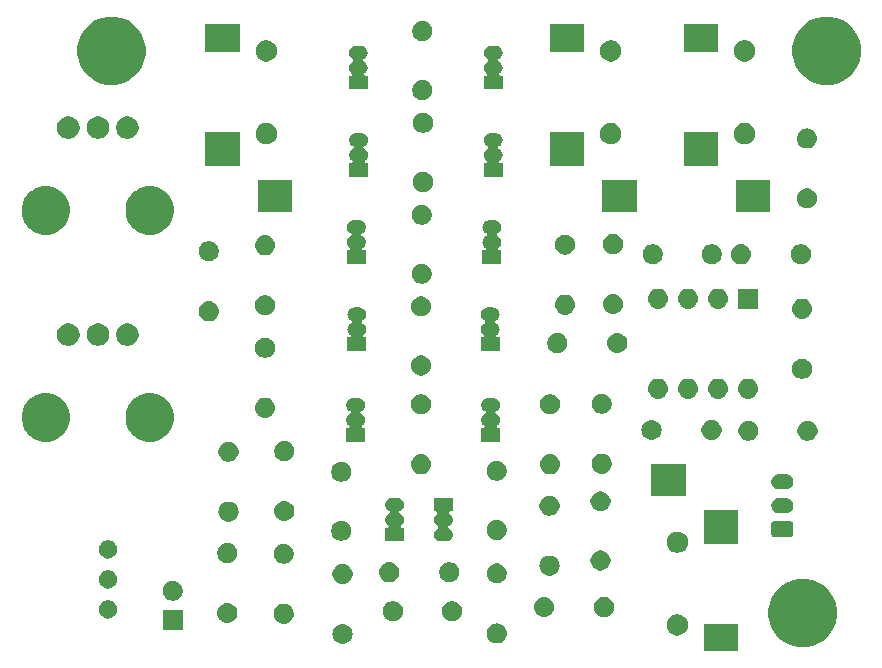
<source format=gbr>
G04 #@! TF.GenerationSoftware,KiCad,Pcbnew,(5.0.1)-rc2*
G04 #@! TF.CreationDate,2019-02-27T00:02:04-05:00*
G04 #@! TF.ProjectId,ladder_filter,6C61646465725F66696C7465722E6B69,rev?*
G04 #@! TF.SameCoordinates,Original*
G04 #@! TF.FileFunction,Soldermask,Top*
G04 #@! TF.FilePolarity,Negative*
%FSLAX46Y46*%
G04 Gerber Fmt 4.6, Leading zero omitted, Abs format (unit mm)*
G04 Created by KiCad (PCBNEW (5.0.1)-rc2) date 2/27/2019 12:02:04 AM*
%MOMM*%
%LPD*%
G01*
G04 APERTURE LIST*
%ADD10C,0.100000*%
G04 APERTURE END LIST*
D10*
G36*
X194228600Y-86925400D02*
X191326600Y-86925400D01*
X191326600Y-84623400D01*
X194228600Y-84623400D01*
X194228600Y-86925400D01*
X194228600Y-86925400D01*
G37*
G36*
X200540990Y-80878083D02*
X201068938Y-81096766D01*
X201544083Y-81414248D01*
X201948152Y-81818317D01*
X202265634Y-82293462D01*
X202484317Y-82821410D01*
X202595800Y-83381875D01*
X202595800Y-83953325D01*
X202484317Y-84513790D01*
X202265634Y-85041738D01*
X201948152Y-85516883D01*
X201544083Y-85920952D01*
X201068938Y-86238434D01*
X200540990Y-86457117D01*
X199980525Y-86568600D01*
X199409075Y-86568600D01*
X198848610Y-86457117D01*
X198320662Y-86238434D01*
X197845517Y-85920952D01*
X197441448Y-85516883D01*
X197123966Y-85041738D01*
X196905283Y-84513790D01*
X196793800Y-83953325D01*
X196793800Y-83381875D01*
X196905283Y-82821410D01*
X197123966Y-82293462D01*
X197441448Y-81818317D01*
X197845517Y-81414248D01*
X198320662Y-81096766D01*
X198848610Y-80878083D01*
X199409075Y-80766600D01*
X199980525Y-80766600D01*
X200540990Y-80878083D01*
X200540990Y-80878083D01*
G37*
G36*
X160898021Y-84606913D02*
X160898024Y-84606914D01*
X160898025Y-84606914D01*
X161058439Y-84655575D01*
X161058441Y-84655576D01*
X161058444Y-84655577D01*
X161206278Y-84734595D01*
X161335859Y-84840941D01*
X161442205Y-84970522D01*
X161521223Y-85118356D01*
X161521224Y-85118359D01*
X161521225Y-85118361D01*
X161554476Y-85227975D01*
X161569887Y-85278779D01*
X161586317Y-85445600D01*
X161569887Y-85612421D01*
X161521223Y-85772844D01*
X161442205Y-85920678D01*
X161335859Y-86050259D01*
X161206278Y-86156605D01*
X161058444Y-86235623D01*
X161058441Y-86235624D01*
X161058439Y-86235625D01*
X160898025Y-86284286D01*
X160898024Y-86284286D01*
X160898021Y-86284287D01*
X160773004Y-86296600D01*
X160689396Y-86296600D01*
X160564379Y-86284287D01*
X160564376Y-86284286D01*
X160564375Y-86284286D01*
X160403961Y-86235625D01*
X160403959Y-86235624D01*
X160403956Y-86235623D01*
X160256122Y-86156605D01*
X160126541Y-86050259D01*
X160020195Y-85920678D01*
X159941177Y-85772844D01*
X159892513Y-85612421D01*
X159876083Y-85445600D01*
X159892513Y-85278779D01*
X159907924Y-85227975D01*
X159941175Y-85118361D01*
X159941176Y-85118359D01*
X159941177Y-85118356D01*
X160020195Y-84970522D01*
X160126541Y-84840941D01*
X160256122Y-84734595D01*
X160403956Y-84655577D01*
X160403959Y-84655576D01*
X160403961Y-84655575D01*
X160564375Y-84606914D01*
X160564376Y-84606914D01*
X160564379Y-84606913D01*
X160689396Y-84594600D01*
X160773004Y-84594600D01*
X160898021Y-84606913D01*
X160898021Y-84606913D01*
G37*
G36*
X173953621Y-84556113D02*
X173953624Y-84556114D01*
X173953625Y-84556114D01*
X174114039Y-84604775D01*
X174114041Y-84604776D01*
X174114044Y-84604777D01*
X174261878Y-84683795D01*
X174391459Y-84790141D01*
X174497805Y-84919722D01*
X174576823Y-85067556D01*
X174576824Y-85067559D01*
X174576825Y-85067561D01*
X174625486Y-85227975D01*
X174625487Y-85227979D01*
X174641917Y-85394800D01*
X174625487Y-85561621D01*
X174576823Y-85722044D01*
X174497805Y-85869878D01*
X174391459Y-85999459D01*
X174261878Y-86105805D01*
X174114044Y-86184823D01*
X174114041Y-86184824D01*
X174114039Y-86184825D01*
X173953625Y-86233486D01*
X173953624Y-86233486D01*
X173953621Y-86233487D01*
X173828604Y-86245800D01*
X173744996Y-86245800D01*
X173619979Y-86233487D01*
X173619976Y-86233486D01*
X173619975Y-86233486D01*
X173459561Y-86184825D01*
X173459559Y-86184824D01*
X173459556Y-86184823D01*
X173311722Y-86105805D01*
X173182141Y-85999459D01*
X173075795Y-85869878D01*
X172996777Y-85722044D01*
X172948113Y-85561621D01*
X172931683Y-85394800D01*
X172948113Y-85227979D01*
X172948114Y-85227975D01*
X172996775Y-85067561D01*
X172996776Y-85067559D01*
X172996777Y-85067556D01*
X173075795Y-84919722D01*
X173182141Y-84790141D01*
X173311722Y-84683795D01*
X173459556Y-84604777D01*
X173459559Y-84604776D01*
X173459561Y-84604775D01*
X173619975Y-84556114D01*
X173619976Y-84556114D01*
X173619979Y-84556113D01*
X173744996Y-84543800D01*
X173828604Y-84543800D01*
X173953621Y-84556113D01*
X173953621Y-84556113D01*
G37*
G36*
X189340412Y-83808024D02*
X189504384Y-83875944D01*
X189651954Y-83974547D01*
X189777453Y-84100046D01*
X189876056Y-84247616D01*
X189943976Y-84411588D01*
X189978600Y-84585659D01*
X189978600Y-84763141D01*
X189943976Y-84937212D01*
X189876056Y-85101184D01*
X189777453Y-85248754D01*
X189651954Y-85374253D01*
X189504384Y-85472856D01*
X189340412Y-85540776D01*
X189166341Y-85575400D01*
X188988859Y-85575400D01*
X188814788Y-85540776D01*
X188650816Y-85472856D01*
X188503246Y-85374253D01*
X188377747Y-85248754D01*
X188279144Y-85101184D01*
X188211224Y-84937212D01*
X188176600Y-84763141D01*
X188176600Y-84585659D01*
X188211224Y-84411588D01*
X188279144Y-84247616D01*
X188377747Y-84100046D01*
X188503246Y-83974547D01*
X188650816Y-83875944D01*
X188814788Y-83808024D01*
X188988859Y-83773400D01*
X189166341Y-83773400D01*
X189340412Y-83808024D01*
X189340412Y-83808024D01*
G37*
G36*
X147205800Y-85128200D02*
X145503800Y-85128200D01*
X145503800Y-83426200D01*
X147205800Y-83426200D01*
X147205800Y-85128200D01*
X147205800Y-85128200D01*
G37*
G36*
X155919621Y-82879713D02*
X155919624Y-82879714D01*
X155919625Y-82879714D01*
X156080039Y-82928375D01*
X156080041Y-82928376D01*
X156080044Y-82928377D01*
X156227878Y-83007395D01*
X156357459Y-83113741D01*
X156463805Y-83243322D01*
X156542823Y-83391156D01*
X156542824Y-83391159D01*
X156542825Y-83391161D01*
X156571850Y-83486844D01*
X156591487Y-83551579D01*
X156607917Y-83718400D01*
X156591487Y-83885221D01*
X156591486Y-83885224D01*
X156591486Y-83885225D01*
X156563375Y-83977896D01*
X156542823Y-84045644D01*
X156463805Y-84193478D01*
X156357459Y-84323059D01*
X156227878Y-84429405D01*
X156080044Y-84508423D01*
X156080041Y-84508424D01*
X156080039Y-84508425D01*
X155919625Y-84557086D01*
X155919624Y-84557086D01*
X155919621Y-84557087D01*
X155794604Y-84569400D01*
X155710996Y-84569400D01*
X155585979Y-84557087D01*
X155585976Y-84557086D01*
X155585975Y-84557086D01*
X155425561Y-84508425D01*
X155425559Y-84508424D01*
X155425556Y-84508423D01*
X155277722Y-84429405D01*
X155148141Y-84323059D01*
X155041795Y-84193478D01*
X154962777Y-84045644D01*
X154942226Y-83977896D01*
X154914114Y-83885225D01*
X154914114Y-83885224D01*
X154914113Y-83885221D01*
X154897683Y-83718400D01*
X154914113Y-83551579D01*
X154933750Y-83486844D01*
X154962775Y-83391161D01*
X154962776Y-83391159D01*
X154962777Y-83391156D01*
X155041795Y-83243322D01*
X155148141Y-83113741D01*
X155277722Y-83007395D01*
X155425556Y-82928377D01*
X155425559Y-82928376D01*
X155425561Y-82928375D01*
X155585975Y-82879714D01*
X155585976Y-82879714D01*
X155585979Y-82879713D01*
X155710996Y-82867400D01*
X155794604Y-82867400D01*
X155919621Y-82879713D01*
X155919621Y-82879713D01*
G37*
G36*
X151144421Y-82828913D02*
X151144424Y-82828914D01*
X151144425Y-82828914D01*
X151304839Y-82877575D01*
X151304841Y-82877576D01*
X151304844Y-82877577D01*
X151452678Y-82956595D01*
X151582259Y-83062941D01*
X151688605Y-83192522D01*
X151767623Y-83340356D01*
X151767624Y-83340359D01*
X151767625Y-83340361D01*
X151812060Y-83486844D01*
X151816287Y-83500779D01*
X151832717Y-83667600D01*
X151816287Y-83834421D01*
X151816286Y-83834424D01*
X151816286Y-83834425D01*
X151772765Y-83977896D01*
X151767623Y-83994844D01*
X151688605Y-84142678D01*
X151582259Y-84272259D01*
X151452678Y-84378605D01*
X151304844Y-84457623D01*
X151304841Y-84457624D01*
X151304839Y-84457625D01*
X151144425Y-84506286D01*
X151144424Y-84506286D01*
X151144421Y-84506287D01*
X151019404Y-84518600D01*
X150935796Y-84518600D01*
X150810779Y-84506287D01*
X150810776Y-84506286D01*
X150810775Y-84506286D01*
X150650361Y-84457625D01*
X150650359Y-84457624D01*
X150650356Y-84457623D01*
X150502522Y-84378605D01*
X150372941Y-84272259D01*
X150266595Y-84142678D01*
X150187577Y-83994844D01*
X150182436Y-83977896D01*
X150138914Y-83834425D01*
X150138914Y-83834424D01*
X150138913Y-83834421D01*
X150122483Y-83667600D01*
X150138913Y-83500779D01*
X150143140Y-83486844D01*
X150187575Y-83340361D01*
X150187576Y-83340359D01*
X150187577Y-83340356D01*
X150266595Y-83192522D01*
X150372941Y-83062941D01*
X150502522Y-82956595D01*
X150650356Y-82877577D01*
X150650359Y-82877576D01*
X150650361Y-82877575D01*
X150810775Y-82828914D01*
X150810776Y-82828914D01*
X150810779Y-82828913D01*
X150935796Y-82816600D01*
X151019404Y-82816600D01*
X151144421Y-82828913D01*
X151144421Y-82828913D01*
G37*
G36*
X165246628Y-82696903D02*
X165401500Y-82761053D01*
X165540881Y-82854185D01*
X165659415Y-82972719D01*
X165752547Y-83112100D01*
X165816697Y-83266972D01*
X165849400Y-83431384D01*
X165849400Y-83599016D01*
X165816697Y-83763428D01*
X165752547Y-83918300D01*
X165659415Y-84057681D01*
X165540881Y-84176215D01*
X165401500Y-84269347D01*
X165246628Y-84333497D01*
X165082216Y-84366200D01*
X164914584Y-84366200D01*
X164750172Y-84333497D01*
X164595300Y-84269347D01*
X164455919Y-84176215D01*
X164337385Y-84057681D01*
X164244253Y-83918300D01*
X164180103Y-83763428D01*
X164147400Y-83599016D01*
X164147400Y-83431384D01*
X164180103Y-83266972D01*
X164244253Y-83112100D01*
X164337385Y-82972719D01*
X164455919Y-82854185D01*
X164595300Y-82761053D01*
X164750172Y-82696903D01*
X164914584Y-82664200D01*
X165082216Y-82664200D01*
X165246628Y-82696903D01*
X165246628Y-82696903D01*
G37*
G36*
X170246628Y-82696903D02*
X170401500Y-82761053D01*
X170540881Y-82854185D01*
X170659415Y-82972719D01*
X170752547Y-83112100D01*
X170816697Y-83266972D01*
X170849400Y-83431384D01*
X170849400Y-83599016D01*
X170816697Y-83763428D01*
X170752547Y-83918300D01*
X170659415Y-84057681D01*
X170540881Y-84176215D01*
X170401500Y-84269347D01*
X170246628Y-84333497D01*
X170082216Y-84366200D01*
X169914584Y-84366200D01*
X169750172Y-84333497D01*
X169595300Y-84269347D01*
X169455919Y-84176215D01*
X169337385Y-84057681D01*
X169244253Y-83918300D01*
X169180103Y-83763428D01*
X169147400Y-83599016D01*
X169147400Y-83431384D01*
X169180103Y-83266972D01*
X169244253Y-83112100D01*
X169337385Y-82972719D01*
X169455919Y-82854185D01*
X169595300Y-82761053D01*
X169750172Y-82696903D01*
X169914584Y-82664200D01*
X170082216Y-82664200D01*
X170246628Y-82696903D01*
X170246628Y-82696903D01*
G37*
G36*
X140993989Y-82601676D02*
X141093293Y-82621429D01*
X141233606Y-82679548D01*
X141359884Y-82763925D01*
X141467275Y-82871316D01*
X141551652Y-82997594D01*
X141609771Y-83137907D01*
X141629524Y-83237211D01*
X141635444Y-83266972D01*
X141639400Y-83286863D01*
X141639400Y-83438737D01*
X141609771Y-83587693D01*
X141551652Y-83728006D01*
X141467275Y-83854284D01*
X141359884Y-83961675D01*
X141233606Y-84046052D01*
X141093293Y-84104171D01*
X140993989Y-84123924D01*
X140944338Y-84133800D01*
X140792462Y-84133800D01*
X140742811Y-84123924D01*
X140643507Y-84104171D01*
X140503194Y-84046052D01*
X140376916Y-83961675D01*
X140269525Y-83854284D01*
X140185148Y-83728006D01*
X140127029Y-83587693D01*
X140097400Y-83438737D01*
X140097400Y-83286863D01*
X140101357Y-83266972D01*
X140107276Y-83237211D01*
X140127029Y-83137907D01*
X140185148Y-82997594D01*
X140269525Y-82871316D01*
X140376916Y-82763925D01*
X140503194Y-82679548D01*
X140643507Y-82621429D01*
X140742811Y-82601676D01*
X140792462Y-82591800D01*
X140944338Y-82591800D01*
X140993989Y-82601676D01*
X140993989Y-82601676D01*
G37*
G36*
X183128228Y-82341303D02*
X183283100Y-82405453D01*
X183422481Y-82498585D01*
X183541015Y-82617119D01*
X183634147Y-82756500D01*
X183698297Y-82911372D01*
X183731000Y-83075784D01*
X183731000Y-83243416D01*
X183698297Y-83407828D01*
X183634147Y-83562700D01*
X183541015Y-83702081D01*
X183422481Y-83820615D01*
X183283100Y-83913747D01*
X183128228Y-83977897D01*
X182963816Y-84010600D01*
X182796184Y-84010600D01*
X182631772Y-83977897D01*
X182476900Y-83913747D01*
X182337519Y-83820615D01*
X182218985Y-83702081D01*
X182125853Y-83562700D01*
X182061703Y-83407828D01*
X182029000Y-83243416D01*
X182029000Y-83075784D01*
X182061703Y-82911372D01*
X182125853Y-82756500D01*
X182218985Y-82617119D01*
X182337519Y-82498585D01*
X182476900Y-82405453D01*
X182631772Y-82341303D01*
X182796184Y-82308600D01*
X182963816Y-82308600D01*
X183128228Y-82341303D01*
X183128228Y-82341303D01*
G37*
G36*
X177966821Y-82320913D02*
X177966824Y-82320914D01*
X177966825Y-82320914D01*
X178127239Y-82369575D01*
X178127241Y-82369576D01*
X178127244Y-82369577D01*
X178275078Y-82448595D01*
X178404659Y-82554941D01*
X178511005Y-82684522D01*
X178590023Y-82832356D01*
X178590024Y-82832359D01*
X178590025Y-82832361D01*
X178619150Y-82928375D01*
X178638687Y-82992779D01*
X178655117Y-83159600D01*
X178638687Y-83326421D01*
X178638686Y-83326424D01*
X178638686Y-83326425D01*
X178604617Y-83438737D01*
X178590023Y-83486844D01*
X178511005Y-83634678D01*
X178404659Y-83764259D01*
X178275078Y-83870605D01*
X178127244Y-83949623D01*
X178127241Y-83949624D01*
X178127239Y-83949625D01*
X177966825Y-83998286D01*
X177966824Y-83998286D01*
X177966821Y-83998287D01*
X177841804Y-84010600D01*
X177758196Y-84010600D01*
X177633179Y-83998287D01*
X177633176Y-83998286D01*
X177633175Y-83998286D01*
X177472761Y-83949625D01*
X177472759Y-83949624D01*
X177472756Y-83949623D01*
X177324922Y-83870605D01*
X177195341Y-83764259D01*
X177088995Y-83634678D01*
X177009977Y-83486844D01*
X176995384Y-83438737D01*
X176961314Y-83326425D01*
X176961314Y-83326424D01*
X176961313Y-83326421D01*
X176944883Y-83159600D01*
X176961313Y-82992779D01*
X176980850Y-82928375D01*
X177009975Y-82832361D01*
X177009976Y-82832359D01*
X177009977Y-82832356D01*
X177088995Y-82684522D01*
X177195341Y-82554941D01*
X177324922Y-82448595D01*
X177472756Y-82369577D01*
X177472759Y-82369576D01*
X177472761Y-82369575D01*
X177633175Y-82320914D01*
X177633176Y-82320914D01*
X177633179Y-82320913D01*
X177758196Y-82308600D01*
X177841804Y-82308600D01*
X177966821Y-82320913D01*
X177966821Y-82320913D01*
G37*
G36*
X146603028Y-80958903D02*
X146757900Y-81023053D01*
X146897281Y-81116185D01*
X147015815Y-81234719D01*
X147108947Y-81374100D01*
X147173097Y-81528972D01*
X147205800Y-81693384D01*
X147205800Y-81861016D01*
X147173097Y-82025428D01*
X147108947Y-82180300D01*
X147015815Y-82319681D01*
X146897281Y-82438215D01*
X146757900Y-82531347D01*
X146603028Y-82595497D01*
X146438616Y-82628200D01*
X146270984Y-82628200D01*
X146106572Y-82595497D01*
X145951700Y-82531347D01*
X145812319Y-82438215D01*
X145693785Y-82319681D01*
X145600653Y-82180300D01*
X145536503Y-82025428D01*
X145503800Y-81861016D01*
X145503800Y-81693384D01*
X145536503Y-81528972D01*
X145600653Y-81374100D01*
X145693785Y-81234719D01*
X145812319Y-81116185D01*
X145951700Y-81023053D01*
X146106572Y-80958903D01*
X146270984Y-80926200D01*
X146438616Y-80926200D01*
X146603028Y-80958903D01*
X146603028Y-80958903D01*
G37*
G36*
X140993989Y-80061676D02*
X141093293Y-80081429D01*
X141233606Y-80139548D01*
X141359884Y-80223925D01*
X141467275Y-80331316D01*
X141551652Y-80457594D01*
X141609771Y-80597907D01*
X141627747Y-80688278D01*
X141639400Y-80746862D01*
X141639400Y-80898738D01*
X141634334Y-80924204D01*
X141609771Y-81047693D01*
X141551652Y-81188006D01*
X141467275Y-81314284D01*
X141359884Y-81421675D01*
X141233606Y-81506052D01*
X141093293Y-81564171D01*
X140993989Y-81583924D01*
X140944338Y-81593800D01*
X140792462Y-81593800D01*
X140742811Y-81583924D01*
X140643507Y-81564171D01*
X140503194Y-81506052D01*
X140376916Y-81421675D01*
X140269525Y-81314284D01*
X140185148Y-81188006D01*
X140127029Y-81047693D01*
X140102466Y-80924204D01*
X140097400Y-80898738D01*
X140097400Y-80746862D01*
X140109053Y-80688278D01*
X140127029Y-80597907D01*
X140185148Y-80457594D01*
X140269525Y-80331316D01*
X140376916Y-80223925D01*
X140503194Y-80139548D01*
X140643507Y-80081429D01*
X140742811Y-80061676D01*
X140792462Y-80051800D01*
X140944338Y-80051800D01*
X140993989Y-80061676D01*
X140993989Y-80061676D01*
G37*
G36*
X160979428Y-79547303D02*
X161134300Y-79611453D01*
X161273681Y-79704585D01*
X161392215Y-79823119D01*
X161485347Y-79962500D01*
X161549497Y-80117372D01*
X161582200Y-80281784D01*
X161582200Y-80449416D01*
X161549497Y-80613828D01*
X161485347Y-80768700D01*
X161392215Y-80908081D01*
X161273681Y-81026615D01*
X161134300Y-81119747D01*
X160979428Y-81183897D01*
X160815016Y-81216600D01*
X160647384Y-81216600D01*
X160482972Y-81183897D01*
X160328100Y-81119747D01*
X160188719Y-81026615D01*
X160070185Y-80908081D01*
X159977053Y-80768700D01*
X159912903Y-80613828D01*
X159880200Y-80449416D01*
X159880200Y-80281784D01*
X159912903Y-80117372D01*
X159977053Y-79962500D01*
X160070185Y-79823119D01*
X160188719Y-79704585D01*
X160328100Y-79611453D01*
X160482972Y-79547303D01*
X160647384Y-79514600D01*
X160815016Y-79514600D01*
X160979428Y-79547303D01*
X160979428Y-79547303D01*
G37*
G36*
X174035028Y-79496503D02*
X174189900Y-79560653D01*
X174329281Y-79653785D01*
X174447815Y-79772319D01*
X174540947Y-79911700D01*
X174605097Y-80066572D01*
X174637800Y-80230984D01*
X174637800Y-80398616D01*
X174605097Y-80563028D01*
X174540947Y-80717900D01*
X174447815Y-80857281D01*
X174329281Y-80975815D01*
X174189900Y-81068947D01*
X174035028Y-81133097D01*
X173870616Y-81165800D01*
X173702984Y-81165800D01*
X173538572Y-81133097D01*
X173383700Y-81068947D01*
X173244319Y-80975815D01*
X173125785Y-80857281D01*
X173032653Y-80717900D01*
X172968503Y-80563028D01*
X172935800Y-80398616D01*
X172935800Y-80230984D01*
X172968503Y-80066572D01*
X173032653Y-79911700D01*
X173125785Y-79772319D01*
X173244319Y-79653785D01*
X173383700Y-79560653D01*
X173538572Y-79496503D01*
X173702984Y-79463800D01*
X173870616Y-79463800D01*
X174035028Y-79496503D01*
X174035028Y-79496503D01*
G37*
G36*
X170021828Y-79394903D02*
X170176700Y-79459053D01*
X170316081Y-79552185D01*
X170434615Y-79670719D01*
X170527747Y-79810100D01*
X170591897Y-79964972D01*
X170624600Y-80129384D01*
X170624600Y-80297016D01*
X170591897Y-80461428D01*
X170527747Y-80616300D01*
X170434615Y-80755681D01*
X170316081Y-80874215D01*
X170176700Y-80967347D01*
X170021828Y-81031497D01*
X169857416Y-81064200D01*
X169689784Y-81064200D01*
X169525372Y-81031497D01*
X169370500Y-80967347D01*
X169231119Y-80874215D01*
X169112585Y-80755681D01*
X169019453Y-80616300D01*
X168955303Y-80461428D01*
X168922600Y-80297016D01*
X168922600Y-80129384D01*
X168955303Y-79964972D01*
X169019453Y-79810100D01*
X169112585Y-79670719D01*
X169231119Y-79552185D01*
X169370500Y-79459053D01*
X169525372Y-79394903D01*
X169689784Y-79362200D01*
X169857416Y-79362200D01*
X170021828Y-79394903D01*
X170021828Y-79394903D01*
G37*
G36*
X164860421Y-79374513D02*
X164860424Y-79374514D01*
X164860425Y-79374514D01*
X165020839Y-79423175D01*
X165020841Y-79423176D01*
X165020844Y-79423177D01*
X165168678Y-79502195D01*
X165298259Y-79608541D01*
X165404605Y-79738122D01*
X165483623Y-79885956D01*
X165483624Y-79885959D01*
X165483625Y-79885961D01*
X165532286Y-80046375D01*
X165532287Y-80046379D01*
X165548717Y-80213200D01*
X165532287Y-80380021D01*
X165532286Y-80380024D01*
X165532286Y-80380025D01*
X165507593Y-80461428D01*
X165483623Y-80540444D01*
X165404605Y-80688278D01*
X165298259Y-80817859D01*
X165168678Y-80924205D01*
X165020844Y-81003223D01*
X165020841Y-81003224D01*
X165020839Y-81003225D01*
X164860425Y-81051886D01*
X164860424Y-81051886D01*
X164860421Y-81051887D01*
X164735404Y-81064200D01*
X164651796Y-81064200D01*
X164526779Y-81051887D01*
X164526776Y-81051886D01*
X164526775Y-81051886D01*
X164366361Y-81003225D01*
X164366359Y-81003224D01*
X164366356Y-81003223D01*
X164218522Y-80924205D01*
X164088941Y-80817859D01*
X163982595Y-80688278D01*
X163903577Y-80540444D01*
X163879608Y-80461428D01*
X163854914Y-80380025D01*
X163854914Y-80380024D01*
X163854913Y-80380021D01*
X163838483Y-80213200D01*
X163854913Y-80046379D01*
X163854914Y-80046375D01*
X163903575Y-79885961D01*
X163903576Y-79885959D01*
X163903577Y-79885956D01*
X163982595Y-79738122D01*
X164088941Y-79608541D01*
X164218522Y-79502195D01*
X164366356Y-79423177D01*
X164366359Y-79423176D01*
X164366361Y-79423175D01*
X164526775Y-79374514D01*
X164526776Y-79374514D01*
X164526779Y-79374513D01*
X164651796Y-79362200D01*
X164735404Y-79362200D01*
X164860421Y-79374513D01*
X164860421Y-79374513D01*
G37*
G36*
X178424021Y-78815713D02*
X178424024Y-78815714D01*
X178424025Y-78815714D01*
X178584439Y-78864375D01*
X178584441Y-78864376D01*
X178584444Y-78864377D01*
X178732278Y-78943395D01*
X178861859Y-79049741D01*
X178968205Y-79179322D01*
X179047223Y-79327156D01*
X179047224Y-79327159D01*
X179047225Y-79327161D01*
X179086519Y-79456696D01*
X179095887Y-79487579D01*
X179112317Y-79654400D01*
X179095887Y-79821221D01*
X179095886Y-79821224D01*
X179095886Y-79821225D01*
X179049862Y-79972947D01*
X179047223Y-79981644D01*
X178968205Y-80129478D01*
X178861859Y-80259059D01*
X178732278Y-80365405D01*
X178584444Y-80444423D01*
X178584441Y-80444424D01*
X178584439Y-80444425D01*
X178424025Y-80493086D01*
X178424024Y-80493086D01*
X178424021Y-80493087D01*
X178299004Y-80505400D01*
X178215396Y-80505400D01*
X178090379Y-80493087D01*
X178090376Y-80493086D01*
X178090375Y-80493086D01*
X177929961Y-80444425D01*
X177929959Y-80444424D01*
X177929956Y-80444423D01*
X177782122Y-80365405D01*
X177652541Y-80259059D01*
X177546195Y-80129478D01*
X177467177Y-79981644D01*
X177464539Y-79972947D01*
X177418514Y-79821225D01*
X177418514Y-79821224D01*
X177418513Y-79821221D01*
X177402083Y-79654400D01*
X177418513Y-79487579D01*
X177427881Y-79456696D01*
X177467175Y-79327161D01*
X177467176Y-79327159D01*
X177467177Y-79327156D01*
X177546195Y-79179322D01*
X177652541Y-79049741D01*
X177782122Y-78943395D01*
X177929956Y-78864377D01*
X177929959Y-78864376D01*
X177929961Y-78864375D01*
X178090375Y-78815714D01*
X178090376Y-78815714D01*
X178090379Y-78815713D01*
X178215396Y-78803400D01*
X178299004Y-78803400D01*
X178424021Y-78815713D01*
X178424021Y-78815713D01*
G37*
G36*
X182823428Y-78400503D02*
X182978300Y-78464653D01*
X183117681Y-78557785D01*
X183236215Y-78676319D01*
X183329347Y-78815700D01*
X183393497Y-78970572D01*
X183426200Y-79134984D01*
X183426200Y-79302616D01*
X183393497Y-79467028D01*
X183329347Y-79621900D01*
X183236215Y-79761281D01*
X183117681Y-79879815D01*
X182978300Y-79972947D01*
X182823428Y-80037097D01*
X182659016Y-80069800D01*
X182491384Y-80069800D01*
X182326972Y-80037097D01*
X182172100Y-79972947D01*
X182032719Y-79879815D01*
X181914185Y-79761281D01*
X181821053Y-79621900D01*
X181756903Y-79467028D01*
X181724200Y-79302616D01*
X181724200Y-79134984D01*
X181756903Y-78970572D01*
X181821053Y-78815700D01*
X181914185Y-78676319D01*
X182032719Y-78557785D01*
X182172100Y-78464653D01*
X182326972Y-78400503D01*
X182491384Y-78367800D01*
X182659016Y-78367800D01*
X182823428Y-78400503D01*
X182823428Y-78400503D01*
G37*
G36*
X156001028Y-77820103D02*
X156155900Y-77884253D01*
X156295281Y-77977385D01*
X156413815Y-78095919D01*
X156506947Y-78235300D01*
X156571097Y-78390172D01*
X156603800Y-78554584D01*
X156603800Y-78722216D01*
X156571097Y-78886628D01*
X156506947Y-79041500D01*
X156413815Y-79180881D01*
X156295281Y-79299415D01*
X156155900Y-79392547D01*
X156001028Y-79456697D01*
X155836616Y-79489400D01*
X155668984Y-79489400D01*
X155504572Y-79456697D01*
X155349700Y-79392547D01*
X155210319Y-79299415D01*
X155091785Y-79180881D01*
X154998653Y-79041500D01*
X154934503Y-78886628D01*
X154901800Y-78722216D01*
X154901800Y-78554584D01*
X154934503Y-78390172D01*
X154998653Y-78235300D01*
X155091785Y-78095919D01*
X155210319Y-77977385D01*
X155349700Y-77884253D01*
X155504572Y-77820103D01*
X155668984Y-77787400D01*
X155836616Y-77787400D01*
X156001028Y-77820103D01*
X156001028Y-77820103D01*
G37*
G36*
X151225828Y-77769303D02*
X151380700Y-77833453D01*
X151520081Y-77926585D01*
X151638615Y-78045119D01*
X151731747Y-78184500D01*
X151795897Y-78339372D01*
X151828600Y-78503784D01*
X151828600Y-78671416D01*
X151795897Y-78835828D01*
X151731747Y-78990700D01*
X151638615Y-79130081D01*
X151520081Y-79248615D01*
X151380700Y-79341747D01*
X151225828Y-79405897D01*
X151061416Y-79438600D01*
X150893784Y-79438600D01*
X150729372Y-79405897D01*
X150574500Y-79341747D01*
X150435119Y-79248615D01*
X150316585Y-79130081D01*
X150223453Y-78990700D01*
X150159303Y-78835828D01*
X150126600Y-78671416D01*
X150126600Y-78503784D01*
X150159303Y-78339372D01*
X150223453Y-78184500D01*
X150316585Y-78045119D01*
X150435119Y-77926585D01*
X150574500Y-77833453D01*
X150729372Y-77769303D01*
X150893784Y-77736600D01*
X151061416Y-77736600D01*
X151225828Y-77769303D01*
X151225828Y-77769303D01*
G37*
G36*
X140993989Y-77521676D02*
X141093293Y-77541429D01*
X141233606Y-77599548D01*
X141359884Y-77683925D01*
X141467275Y-77791316D01*
X141551652Y-77917594D01*
X141609771Y-78057907D01*
X141639400Y-78206863D01*
X141639400Y-78358737D01*
X141609771Y-78507693D01*
X141551652Y-78648006D01*
X141467275Y-78774284D01*
X141359884Y-78881675D01*
X141233606Y-78966052D01*
X141093293Y-79024171D01*
X140993989Y-79043924D01*
X140944338Y-79053800D01*
X140792462Y-79053800D01*
X140742811Y-79043924D01*
X140643507Y-79024171D01*
X140503194Y-78966052D01*
X140376916Y-78881675D01*
X140269525Y-78774284D01*
X140185148Y-78648006D01*
X140127029Y-78507693D01*
X140097400Y-78358737D01*
X140097400Y-78206863D01*
X140127029Y-78057907D01*
X140185148Y-77917594D01*
X140269525Y-77791316D01*
X140376916Y-77683925D01*
X140503194Y-77599548D01*
X140643507Y-77541429D01*
X140742811Y-77521676D01*
X140792462Y-77511800D01*
X140944338Y-77511800D01*
X140993989Y-77521676D01*
X140993989Y-77521676D01*
G37*
G36*
X189340412Y-76808024D02*
X189504384Y-76875944D01*
X189651954Y-76974547D01*
X189777453Y-77100046D01*
X189876056Y-77247616D01*
X189943976Y-77411588D01*
X189978600Y-77585659D01*
X189978600Y-77763141D01*
X189943976Y-77937212D01*
X189876056Y-78101184D01*
X189777453Y-78248754D01*
X189651954Y-78374253D01*
X189504384Y-78472856D01*
X189340412Y-78540776D01*
X189166341Y-78575400D01*
X188988859Y-78575400D01*
X188814788Y-78540776D01*
X188650816Y-78472856D01*
X188503246Y-78374253D01*
X188377747Y-78248754D01*
X188279144Y-78101184D01*
X188211224Y-77937212D01*
X188176600Y-77763141D01*
X188176600Y-77585659D01*
X188211224Y-77411588D01*
X188279144Y-77247616D01*
X188377747Y-77100046D01*
X188503246Y-76974547D01*
X188650816Y-76875944D01*
X188814788Y-76808024D01*
X188988859Y-76773400D01*
X189166341Y-76773400D01*
X189340412Y-76808024D01*
X189340412Y-76808024D01*
G37*
G36*
X194228600Y-77825400D02*
X191326600Y-77825400D01*
X191326600Y-74923400D01*
X194228600Y-74923400D01*
X194228600Y-77825400D01*
X194228600Y-77825400D01*
G37*
G36*
X170066600Y-75048800D02*
X169902264Y-75048800D01*
X169877878Y-75051202D01*
X169854429Y-75058315D01*
X169832818Y-75069866D01*
X169813876Y-75085412D01*
X169798330Y-75104354D01*
X169786779Y-75125965D01*
X169779666Y-75149414D01*
X169777264Y-75173800D01*
X169779666Y-75198186D01*
X169786779Y-75221635D01*
X169798330Y-75243246D01*
X169822965Y-75270426D01*
X169899864Y-75333536D01*
X169971844Y-75421243D01*
X170025329Y-75521308D01*
X170058266Y-75629884D01*
X170069387Y-75742800D01*
X170058266Y-75855716D01*
X170025329Y-75964292D01*
X170023889Y-75966986D01*
X169971844Y-76064357D01*
X169899864Y-76152064D01*
X169812157Y-76224044D01*
X169730743Y-76267560D01*
X169710368Y-76281173D01*
X169693041Y-76298501D01*
X169679427Y-76318875D01*
X169670050Y-76341514D01*
X169665269Y-76365547D01*
X169665269Y-76390052D01*
X169670049Y-76414085D01*
X169679427Y-76436724D01*
X169693040Y-76457099D01*
X169710368Y-76474426D01*
X169730743Y-76488040D01*
X169812157Y-76531556D01*
X169899864Y-76603536D01*
X169971844Y-76691243D01*
X170025329Y-76791308D01*
X170058266Y-76899884D01*
X170069387Y-77012800D01*
X170058266Y-77125716D01*
X170025329Y-77234292D01*
X169971844Y-77334357D01*
X169899864Y-77422064D01*
X169812157Y-77494044D01*
X169712092Y-77547529D01*
X169603516Y-77580466D01*
X169518898Y-77588800D01*
X169012302Y-77588800D01*
X168927684Y-77580466D01*
X168819108Y-77547529D01*
X168719043Y-77494044D01*
X168631336Y-77422064D01*
X168559356Y-77334357D01*
X168505871Y-77234292D01*
X168472934Y-77125716D01*
X168461813Y-77012800D01*
X168472934Y-76899884D01*
X168505871Y-76791308D01*
X168559356Y-76691243D01*
X168631336Y-76603536D01*
X168719043Y-76531556D01*
X168800457Y-76488040D01*
X168820832Y-76474427D01*
X168838159Y-76457099D01*
X168851773Y-76436725D01*
X168861150Y-76414086D01*
X168865931Y-76390053D01*
X168865931Y-76365548D01*
X168861151Y-76341515D01*
X168851773Y-76318876D01*
X168838160Y-76298501D01*
X168820832Y-76281174D01*
X168800457Y-76267560D01*
X168719043Y-76224044D01*
X168631336Y-76152064D01*
X168559356Y-76064357D01*
X168507311Y-75966986D01*
X168505871Y-75964292D01*
X168472934Y-75855716D01*
X168461813Y-75742800D01*
X168472934Y-75629884D01*
X168505871Y-75521308D01*
X168559356Y-75421243D01*
X168631336Y-75333536D01*
X168708235Y-75270426D01*
X168725562Y-75253099D01*
X168739176Y-75232724D01*
X168748554Y-75210085D01*
X168753334Y-75186052D01*
X168753334Y-75161548D01*
X168748553Y-75137514D01*
X168739176Y-75114875D01*
X168725562Y-75094501D01*
X168708235Y-75077174D01*
X168687860Y-75063560D01*
X168665221Y-75054182D01*
X168628936Y-75048800D01*
X168464600Y-75048800D01*
X168464600Y-73896800D01*
X170066600Y-73896800D01*
X170066600Y-75048800D01*
X170066600Y-75048800D01*
G37*
G36*
X165488716Y-73905134D02*
X165597292Y-73938071D01*
X165697357Y-73991556D01*
X165785064Y-74063536D01*
X165857044Y-74151243D01*
X165910529Y-74251308D01*
X165943466Y-74359884D01*
X165954587Y-74472800D01*
X165943466Y-74585716D01*
X165910529Y-74694292D01*
X165905147Y-74704361D01*
X165857044Y-74794357D01*
X165785064Y-74882064D01*
X165697357Y-74954044D01*
X165615943Y-74997560D01*
X165595568Y-75011173D01*
X165578241Y-75028501D01*
X165564627Y-75048875D01*
X165555250Y-75071514D01*
X165550469Y-75095547D01*
X165550469Y-75120052D01*
X165555249Y-75144085D01*
X165564627Y-75166724D01*
X165578240Y-75187099D01*
X165595568Y-75204426D01*
X165615943Y-75218040D01*
X165697357Y-75261556D01*
X165785064Y-75333536D01*
X165857044Y-75421243D01*
X165910529Y-75521308D01*
X165943466Y-75629884D01*
X165954587Y-75742800D01*
X165943466Y-75855716D01*
X165910529Y-75964292D01*
X165909089Y-75966986D01*
X165857044Y-76064357D01*
X165785064Y-76152064D01*
X165708165Y-76215174D01*
X165690838Y-76232501D01*
X165677224Y-76252876D01*
X165667846Y-76275515D01*
X165663066Y-76299548D01*
X165663066Y-76324052D01*
X165667847Y-76348086D01*
X165677224Y-76370725D01*
X165690838Y-76391099D01*
X165708165Y-76408426D01*
X165728540Y-76422040D01*
X165751179Y-76431418D01*
X165787464Y-76436800D01*
X165951800Y-76436800D01*
X165951800Y-77588800D01*
X164349800Y-77588800D01*
X164349800Y-76436800D01*
X164514136Y-76436800D01*
X164538522Y-76434398D01*
X164561971Y-76427285D01*
X164583582Y-76415734D01*
X164602524Y-76400188D01*
X164618070Y-76381246D01*
X164629621Y-76359635D01*
X164636734Y-76336186D01*
X164639136Y-76311800D01*
X164636734Y-76287414D01*
X164629621Y-76263965D01*
X164618070Y-76242354D01*
X164593435Y-76215174D01*
X164516536Y-76152064D01*
X164444556Y-76064357D01*
X164392511Y-75966986D01*
X164391071Y-75964292D01*
X164358134Y-75855716D01*
X164347013Y-75742800D01*
X164358134Y-75629884D01*
X164391071Y-75521308D01*
X164444556Y-75421243D01*
X164516536Y-75333536D01*
X164604243Y-75261556D01*
X164685657Y-75218040D01*
X164706032Y-75204427D01*
X164723359Y-75187099D01*
X164736973Y-75166725D01*
X164746350Y-75144086D01*
X164751131Y-75120053D01*
X164751131Y-75095548D01*
X164746351Y-75071515D01*
X164736973Y-75048876D01*
X164723360Y-75028501D01*
X164706032Y-75011174D01*
X164685657Y-74997560D01*
X164604243Y-74954044D01*
X164516536Y-74882064D01*
X164444556Y-74794357D01*
X164396453Y-74704361D01*
X164391071Y-74694292D01*
X164358134Y-74585716D01*
X164347013Y-74472800D01*
X164358134Y-74359884D01*
X164391071Y-74251308D01*
X164444556Y-74151243D01*
X164516536Y-74063536D01*
X164604243Y-73991556D01*
X164704308Y-73938071D01*
X164812884Y-73905134D01*
X164897502Y-73896800D01*
X165404098Y-73896800D01*
X165488716Y-73905134D01*
X165488716Y-73905134D01*
G37*
G36*
X160877828Y-75889703D02*
X161032700Y-75953853D01*
X161172081Y-76046985D01*
X161290615Y-76165519D01*
X161383747Y-76304900D01*
X161447897Y-76459772D01*
X161480600Y-76624184D01*
X161480600Y-76791816D01*
X161447897Y-76956228D01*
X161383747Y-77111100D01*
X161290615Y-77250481D01*
X161172081Y-77369015D01*
X161032700Y-77462147D01*
X160877828Y-77526297D01*
X160713416Y-77559000D01*
X160545784Y-77559000D01*
X160381372Y-77526297D01*
X160226500Y-77462147D01*
X160087119Y-77369015D01*
X159968585Y-77250481D01*
X159875453Y-77111100D01*
X159811303Y-76956228D01*
X159778600Y-76791816D01*
X159778600Y-76624184D01*
X159811303Y-76459772D01*
X159875453Y-76304900D01*
X159968585Y-76165519D01*
X160087119Y-76046985D01*
X160226500Y-75953853D01*
X160381372Y-75889703D01*
X160545784Y-75857000D01*
X160713416Y-75857000D01*
X160877828Y-75889703D01*
X160877828Y-75889703D01*
G37*
G36*
X174035028Y-75809703D02*
X174189900Y-75873853D01*
X174329281Y-75966985D01*
X174447815Y-76085519D01*
X174540947Y-76224900D01*
X174605097Y-76379772D01*
X174637800Y-76544184D01*
X174637800Y-76711816D01*
X174605097Y-76876228D01*
X174540947Y-77031100D01*
X174447815Y-77170481D01*
X174329281Y-77289015D01*
X174189900Y-77382147D01*
X174035028Y-77446297D01*
X173870616Y-77479000D01*
X173702984Y-77479000D01*
X173538572Y-77446297D01*
X173383700Y-77382147D01*
X173244319Y-77289015D01*
X173125785Y-77170481D01*
X173032653Y-77031100D01*
X172968503Y-76876228D01*
X172935800Y-76711816D01*
X172935800Y-76544184D01*
X172968503Y-76379772D01*
X173032653Y-76224900D01*
X173125785Y-76085519D01*
X173244319Y-75966985D01*
X173383700Y-75873853D01*
X173538572Y-75809703D01*
X173702984Y-75777000D01*
X173870616Y-75777000D01*
X174035028Y-75809703D01*
X174035028Y-75809703D01*
G37*
G36*
X198733842Y-75909004D02*
X198770939Y-75920257D01*
X198805120Y-75938527D01*
X198835082Y-75963118D01*
X198859673Y-75993080D01*
X198877943Y-76027261D01*
X198889196Y-76064358D01*
X198893600Y-76109073D01*
X198893600Y-77002127D01*
X198889196Y-77046842D01*
X198877943Y-77083939D01*
X198859673Y-77118120D01*
X198835082Y-77148082D01*
X198805120Y-77172673D01*
X198770939Y-77190943D01*
X198733842Y-77202196D01*
X198689127Y-77206600D01*
X197246073Y-77206600D01*
X197201358Y-77202196D01*
X197164261Y-77190943D01*
X197130080Y-77172673D01*
X197100118Y-77148082D01*
X197075527Y-77118120D01*
X197057257Y-77083939D01*
X197046004Y-77046842D01*
X197041600Y-77002127D01*
X197041600Y-76109073D01*
X197046004Y-76064358D01*
X197057257Y-76027261D01*
X197075527Y-75993080D01*
X197100118Y-75963118D01*
X197130080Y-75938527D01*
X197164261Y-75920257D01*
X197201358Y-75909004D01*
X197246073Y-75904600D01*
X198689127Y-75904600D01*
X198733842Y-75909004D01*
X198733842Y-75909004D01*
G37*
G36*
X151246021Y-74243713D02*
X151246024Y-74243714D01*
X151246025Y-74243714D01*
X151406439Y-74292375D01*
X151406441Y-74292376D01*
X151406444Y-74292377D01*
X151554278Y-74371395D01*
X151683859Y-74477741D01*
X151790205Y-74607322D01*
X151869223Y-74755156D01*
X151869224Y-74755159D01*
X151869225Y-74755161D01*
X151917886Y-74915575D01*
X151917887Y-74915579D01*
X151934317Y-75082400D01*
X151917887Y-75249221D01*
X151917886Y-75249224D01*
X151917886Y-75249225D01*
X151874365Y-75392696D01*
X151869223Y-75409644D01*
X151790205Y-75557478D01*
X151683859Y-75687059D01*
X151554278Y-75793405D01*
X151406444Y-75872423D01*
X151406441Y-75872424D01*
X151406439Y-75872425D01*
X151246025Y-75921086D01*
X151246024Y-75921086D01*
X151246021Y-75921087D01*
X151121004Y-75933400D01*
X151037396Y-75933400D01*
X150912379Y-75921087D01*
X150912376Y-75921086D01*
X150912375Y-75921086D01*
X150751961Y-75872425D01*
X150751959Y-75872424D01*
X150751956Y-75872423D01*
X150604122Y-75793405D01*
X150474541Y-75687059D01*
X150368195Y-75557478D01*
X150289177Y-75409644D01*
X150284036Y-75392696D01*
X150240514Y-75249225D01*
X150240514Y-75249224D01*
X150240513Y-75249221D01*
X150224083Y-75082400D01*
X150240513Y-74915579D01*
X150240514Y-74915575D01*
X150289175Y-74755161D01*
X150289176Y-74755159D01*
X150289177Y-74755156D01*
X150368195Y-74607322D01*
X150474541Y-74477741D01*
X150604122Y-74371395D01*
X150751956Y-74292377D01*
X150751959Y-74292376D01*
X150751961Y-74292375D01*
X150912375Y-74243714D01*
X150912376Y-74243714D01*
X150912379Y-74243713D01*
X151037396Y-74231400D01*
X151121004Y-74231400D01*
X151246021Y-74243713D01*
X151246021Y-74243713D01*
G37*
G36*
X155970421Y-74192913D02*
X155970424Y-74192914D01*
X155970425Y-74192914D01*
X156130839Y-74241575D01*
X156130841Y-74241576D01*
X156130844Y-74241577D01*
X156278678Y-74320595D01*
X156408259Y-74426941D01*
X156514605Y-74556522D01*
X156593623Y-74704356D01*
X156642287Y-74864779D01*
X156658717Y-75031600D01*
X156642287Y-75198421D01*
X156642286Y-75198424D01*
X156642286Y-75198425D01*
X156601301Y-75333536D01*
X156593623Y-75358844D01*
X156514605Y-75506678D01*
X156408259Y-75636259D01*
X156278678Y-75742605D01*
X156130844Y-75821623D01*
X156130841Y-75821624D01*
X156130839Y-75821625D01*
X155970425Y-75870286D01*
X155970424Y-75870286D01*
X155970421Y-75870287D01*
X155845404Y-75882600D01*
X155761796Y-75882600D01*
X155636779Y-75870287D01*
X155636776Y-75870286D01*
X155636775Y-75870286D01*
X155476361Y-75821625D01*
X155476359Y-75821624D01*
X155476356Y-75821623D01*
X155328522Y-75742605D01*
X155198941Y-75636259D01*
X155092595Y-75506678D01*
X155013577Y-75358844D01*
X155005900Y-75333536D01*
X154964914Y-75198425D01*
X154964914Y-75198424D01*
X154964913Y-75198421D01*
X154948483Y-75031600D01*
X154964913Y-74864779D01*
X155013577Y-74704356D01*
X155092595Y-74556522D01*
X155198941Y-74426941D01*
X155328522Y-74320595D01*
X155476356Y-74241577D01*
X155476359Y-74241576D01*
X155476361Y-74241575D01*
X155636775Y-74192914D01*
X155636776Y-74192914D01*
X155636779Y-74192913D01*
X155761796Y-74180600D01*
X155845404Y-74180600D01*
X155970421Y-74192913D01*
X155970421Y-74192913D01*
G37*
G36*
X178505428Y-73756103D02*
X178660300Y-73820253D01*
X178799681Y-73913385D01*
X178918215Y-74031919D01*
X179011347Y-74171300D01*
X179075497Y-74326172D01*
X179108200Y-74490584D01*
X179108200Y-74658216D01*
X179075497Y-74822628D01*
X179011347Y-74977500D01*
X178918215Y-75116881D01*
X178799681Y-75235415D01*
X178660300Y-75328547D01*
X178505428Y-75392697D01*
X178341016Y-75425400D01*
X178173384Y-75425400D01*
X178008972Y-75392697D01*
X177854100Y-75328547D01*
X177714719Y-75235415D01*
X177596185Y-75116881D01*
X177503053Y-74977500D01*
X177438903Y-74822628D01*
X177406200Y-74658216D01*
X177406200Y-74490584D01*
X177438903Y-74326172D01*
X177503053Y-74171300D01*
X177596185Y-74031919D01*
X177714719Y-73913385D01*
X177854100Y-73820253D01*
X178008972Y-73756103D01*
X178173384Y-73723400D01*
X178341016Y-73723400D01*
X178505428Y-73756103D01*
X178505428Y-73756103D01*
G37*
G36*
X198306455Y-73907740D02*
X198370218Y-73914020D01*
X198449503Y-73938071D01*
X198492933Y-73951245D01*
X198568349Y-73991556D01*
X198606026Y-74011695D01*
X198705153Y-74093047D01*
X198786505Y-74192174D01*
X198793419Y-74205109D01*
X198846955Y-74305267D01*
X198851605Y-74320596D01*
X198884180Y-74427982D01*
X198896749Y-74555600D01*
X198884180Y-74683218D01*
X198877766Y-74704361D01*
X198846955Y-74805933D01*
X198838031Y-74822628D01*
X198786505Y-74919026D01*
X198705153Y-75018153D01*
X198606026Y-75099505D01*
X198606024Y-75099506D01*
X198492933Y-75159955D01*
X198452027Y-75172363D01*
X198370218Y-75197180D01*
X198306455Y-75203460D01*
X198274574Y-75206600D01*
X197660626Y-75206600D01*
X197628745Y-75203460D01*
X197564982Y-75197180D01*
X197483173Y-75172363D01*
X197442267Y-75159955D01*
X197329176Y-75099506D01*
X197329174Y-75099505D01*
X197230047Y-75018153D01*
X197148695Y-74919026D01*
X197097169Y-74822628D01*
X197088245Y-74805933D01*
X197057434Y-74704361D01*
X197051020Y-74683218D01*
X197038451Y-74555600D01*
X197051020Y-74427982D01*
X197083595Y-74320596D01*
X197088245Y-74305267D01*
X197141781Y-74205109D01*
X197148695Y-74192174D01*
X197230047Y-74093047D01*
X197329174Y-74011695D01*
X197366851Y-73991556D01*
X197442267Y-73951245D01*
X197485697Y-73938071D01*
X197564982Y-73914020D01*
X197628745Y-73907740D01*
X197660626Y-73904600D01*
X198274574Y-73904600D01*
X198306455Y-73907740D01*
X198306455Y-73907740D01*
G37*
G36*
X182823428Y-73400503D02*
X182978300Y-73464653D01*
X183117681Y-73557785D01*
X183236215Y-73676319D01*
X183329347Y-73815700D01*
X183393497Y-73970572D01*
X183426200Y-74134984D01*
X183426200Y-74302616D01*
X183393497Y-74467028D01*
X183329347Y-74621900D01*
X183236215Y-74761281D01*
X183117681Y-74879815D01*
X182978300Y-74972947D01*
X182823428Y-75037097D01*
X182659016Y-75069800D01*
X182491384Y-75069800D01*
X182326972Y-75037097D01*
X182172100Y-74972947D01*
X182032719Y-74879815D01*
X181914185Y-74761281D01*
X181821053Y-74621900D01*
X181756903Y-74467028D01*
X181724200Y-74302616D01*
X181724200Y-74134984D01*
X181756903Y-73970572D01*
X181821053Y-73815700D01*
X181914185Y-73676319D01*
X182032719Y-73557785D01*
X182172100Y-73464653D01*
X182326972Y-73400503D01*
X182491384Y-73367800D01*
X182659016Y-73367800D01*
X182823428Y-73400503D01*
X182823428Y-73400503D01*
G37*
G36*
X189778600Y-73725400D02*
X186876600Y-73725400D01*
X186876600Y-71023400D01*
X189778600Y-71023400D01*
X189778600Y-73725400D01*
X189778600Y-73725400D01*
G37*
G36*
X198306455Y-71907740D02*
X198370218Y-71914020D01*
X198452027Y-71938837D01*
X198492933Y-71951245D01*
X198502255Y-71956228D01*
X198606026Y-72011695D01*
X198705153Y-72093047D01*
X198786505Y-72192174D01*
X198786506Y-72192176D01*
X198846955Y-72305267D01*
X198846955Y-72305268D01*
X198884180Y-72427982D01*
X198896749Y-72555600D01*
X198884180Y-72683218D01*
X198859363Y-72765027D01*
X198846955Y-72805933D01*
X198793419Y-72906091D01*
X198786505Y-72919026D01*
X198705153Y-73018153D01*
X198606026Y-73099505D01*
X198606024Y-73099506D01*
X198492933Y-73159955D01*
X198452027Y-73172363D01*
X198370218Y-73197180D01*
X198306455Y-73203460D01*
X198274574Y-73206600D01*
X197660626Y-73206600D01*
X197628745Y-73203460D01*
X197564982Y-73197180D01*
X197483173Y-73172363D01*
X197442267Y-73159955D01*
X197329176Y-73099506D01*
X197329174Y-73099505D01*
X197230047Y-73018153D01*
X197148695Y-72919026D01*
X197141781Y-72906091D01*
X197088245Y-72805933D01*
X197075837Y-72765027D01*
X197051020Y-72683218D01*
X197038451Y-72555600D01*
X197051020Y-72427982D01*
X197088245Y-72305268D01*
X197088245Y-72305267D01*
X197148694Y-72192176D01*
X197148695Y-72192174D01*
X197230047Y-72093047D01*
X197329174Y-72011695D01*
X197432945Y-71956228D01*
X197442267Y-71951245D01*
X197483173Y-71938837D01*
X197564982Y-71914020D01*
X197628745Y-71907740D01*
X197660626Y-71904600D01*
X198274574Y-71904600D01*
X198306455Y-71907740D01*
X198306455Y-71907740D01*
G37*
G36*
X160877828Y-70889703D02*
X161032700Y-70953853D01*
X161172081Y-71046985D01*
X161290615Y-71165519D01*
X161383747Y-71304900D01*
X161447897Y-71459772D01*
X161480600Y-71624184D01*
X161480600Y-71791816D01*
X161447897Y-71956228D01*
X161383747Y-72111100D01*
X161290615Y-72250481D01*
X161172081Y-72369015D01*
X161032700Y-72462147D01*
X160877828Y-72526297D01*
X160713416Y-72559000D01*
X160545784Y-72559000D01*
X160381372Y-72526297D01*
X160226500Y-72462147D01*
X160087119Y-72369015D01*
X159968585Y-72250481D01*
X159875453Y-72111100D01*
X159811303Y-71956228D01*
X159778600Y-71791816D01*
X159778600Y-71624184D01*
X159811303Y-71459772D01*
X159875453Y-71304900D01*
X159968585Y-71165519D01*
X160087119Y-71046985D01*
X160226500Y-70953853D01*
X160381372Y-70889703D01*
X160545784Y-70857000D01*
X160713416Y-70857000D01*
X160877828Y-70889703D01*
X160877828Y-70889703D01*
G37*
G36*
X174035028Y-70809703D02*
X174189900Y-70873853D01*
X174329281Y-70966985D01*
X174447815Y-71085519D01*
X174540947Y-71224900D01*
X174605097Y-71379772D01*
X174637800Y-71544184D01*
X174637800Y-71711816D01*
X174605097Y-71876228D01*
X174540947Y-72031100D01*
X174447815Y-72170481D01*
X174329281Y-72289015D01*
X174189900Y-72382147D01*
X174035028Y-72446297D01*
X173870616Y-72479000D01*
X173702984Y-72479000D01*
X173538572Y-72446297D01*
X173383700Y-72382147D01*
X173244319Y-72289015D01*
X173125785Y-72170481D01*
X173032653Y-72031100D01*
X172968503Y-71876228D01*
X172935800Y-71711816D01*
X172935800Y-71544184D01*
X172968503Y-71379772D01*
X173032653Y-71224900D01*
X173125785Y-71085519D01*
X173244319Y-70966985D01*
X173383700Y-70873853D01*
X173538572Y-70809703D01*
X173702984Y-70777000D01*
X173870616Y-70777000D01*
X174035028Y-70809703D01*
X174035028Y-70809703D01*
G37*
G36*
X178474821Y-70230513D02*
X178474824Y-70230514D01*
X178474825Y-70230514D01*
X178635239Y-70279175D01*
X178635241Y-70279176D01*
X178635244Y-70279177D01*
X178783078Y-70358195D01*
X178912659Y-70464541D01*
X179019005Y-70594122D01*
X179098023Y-70741956D01*
X179098024Y-70741959D01*
X179098025Y-70741961D01*
X179138034Y-70873853D01*
X179146687Y-70902379D01*
X179163117Y-71069200D01*
X179146687Y-71236021D01*
X179146686Y-71236024D01*
X179146686Y-71236025D01*
X179103081Y-71379772D01*
X179098023Y-71396444D01*
X179019005Y-71544278D01*
X178912659Y-71673859D01*
X178783078Y-71780205D01*
X178635244Y-71859223D01*
X178635241Y-71859224D01*
X178635239Y-71859225D01*
X178474825Y-71907886D01*
X178474824Y-71907886D01*
X178474821Y-71907887D01*
X178349804Y-71920200D01*
X178266196Y-71920200D01*
X178141179Y-71907887D01*
X178141176Y-71907886D01*
X178141175Y-71907886D01*
X177980761Y-71859225D01*
X177980759Y-71859224D01*
X177980756Y-71859223D01*
X177832922Y-71780205D01*
X177703341Y-71673859D01*
X177596995Y-71544278D01*
X177517977Y-71396444D01*
X177512920Y-71379772D01*
X177469314Y-71236025D01*
X177469314Y-71236024D01*
X177469313Y-71236021D01*
X177452883Y-71069200D01*
X177469313Y-70902379D01*
X177477966Y-70873853D01*
X177517975Y-70741961D01*
X177517976Y-70741959D01*
X177517977Y-70741956D01*
X177596995Y-70594122D01*
X177703341Y-70464541D01*
X177832922Y-70358195D01*
X177980756Y-70279177D01*
X177980759Y-70279176D01*
X177980761Y-70279175D01*
X178141175Y-70230514D01*
X178141176Y-70230514D01*
X178141179Y-70230513D01*
X178266196Y-70218200D01*
X178349804Y-70218200D01*
X178474821Y-70230513D01*
X178474821Y-70230513D01*
G37*
G36*
X167552821Y-70230513D02*
X167552824Y-70230514D01*
X167552825Y-70230514D01*
X167713239Y-70279175D01*
X167713241Y-70279176D01*
X167713244Y-70279177D01*
X167861078Y-70358195D01*
X167990659Y-70464541D01*
X168097005Y-70594122D01*
X168176023Y-70741956D01*
X168176024Y-70741959D01*
X168176025Y-70741961D01*
X168216034Y-70873853D01*
X168224687Y-70902379D01*
X168241117Y-71069200D01*
X168224687Y-71236021D01*
X168224686Y-71236024D01*
X168224686Y-71236025D01*
X168181081Y-71379772D01*
X168176023Y-71396444D01*
X168097005Y-71544278D01*
X167990659Y-71673859D01*
X167861078Y-71780205D01*
X167713244Y-71859223D01*
X167713241Y-71859224D01*
X167713239Y-71859225D01*
X167552825Y-71907886D01*
X167552824Y-71907886D01*
X167552821Y-71907887D01*
X167427804Y-71920200D01*
X167344196Y-71920200D01*
X167219179Y-71907887D01*
X167219176Y-71907886D01*
X167219175Y-71907886D01*
X167058761Y-71859225D01*
X167058759Y-71859224D01*
X167058756Y-71859223D01*
X166910922Y-71780205D01*
X166781341Y-71673859D01*
X166674995Y-71544278D01*
X166595977Y-71396444D01*
X166590920Y-71379772D01*
X166547314Y-71236025D01*
X166547314Y-71236024D01*
X166547313Y-71236021D01*
X166530883Y-71069200D01*
X166547313Y-70902379D01*
X166555966Y-70873853D01*
X166595975Y-70741961D01*
X166595976Y-70741959D01*
X166595977Y-70741956D01*
X166674995Y-70594122D01*
X166781341Y-70464541D01*
X166910922Y-70358195D01*
X167058756Y-70279177D01*
X167058759Y-70279176D01*
X167058761Y-70279175D01*
X167219175Y-70230514D01*
X167219176Y-70230514D01*
X167219179Y-70230513D01*
X167344196Y-70218200D01*
X167427804Y-70218200D01*
X167552821Y-70230513D01*
X167552821Y-70230513D01*
G37*
G36*
X182843621Y-70179713D02*
X182843624Y-70179714D01*
X182843625Y-70179714D01*
X183004039Y-70228375D01*
X183004041Y-70228376D01*
X183004044Y-70228377D01*
X183151878Y-70307395D01*
X183281459Y-70413741D01*
X183387805Y-70543322D01*
X183466823Y-70691156D01*
X183466824Y-70691159D01*
X183466825Y-70691161D01*
X183506119Y-70820696D01*
X183515487Y-70851579D01*
X183531917Y-71018400D01*
X183515487Y-71185221D01*
X183515486Y-71185224D01*
X183515486Y-71185225D01*
X183503451Y-71224900D01*
X183466823Y-71345644D01*
X183387805Y-71493478D01*
X183281459Y-71623059D01*
X183151878Y-71729405D01*
X183004044Y-71808423D01*
X183004041Y-71808424D01*
X183004039Y-71808425D01*
X182843625Y-71857086D01*
X182843624Y-71857086D01*
X182843621Y-71857087D01*
X182718604Y-71869400D01*
X182634996Y-71869400D01*
X182509979Y-71857087D01*
X182509976Y-71857086D01*
X182509975Y-71857086D01*
X182349561Y-71808425D01*
X182349559Y-71808424D01*
X182349556Y-71808423D01*
X182201722Y-71729405D01*
X182072141Y-71623059D01*
X181965795Y-71493478D01*
X181886777Y-71345644D01*
X181850150Y-71224900D01*
X181838114Y-71185225D01*
X181838114Y-71185224D01*
X181838113Y-71185221D01*
X181821683Y-71018400D01*
X181838113Y-70851579D01*
X181847481Y-70820696D01*
X181886775Y-70691161D01*
X181886776Y-70691159D01*
X181886777Y-70691156D01*
X181965795Y-70543322D01*
X182072141Y-70413741D01*
X182201722Y-70307395D01*
X182349556Y-70228377D01*
X182349559Y-70228376D01*
X182349561Y-70228375D01*
X182509975Y-70179714D01*
X182509976Y-70179714D01*
X182509979Y-70179713D01*
X182634996Y-70167400D01*
X182718604Y-70167400D01*
X182843621Y-70179713D01*
X182843621Y-70179713D01*
G37*
G36*
X151327428Y-69184103D02*
X151482300Y-69248253D01*
X151621681Y-69341385D01*
X151740215Y-69459919D01*
X151833347Y-69599300D01*
X151897497Y-69754172D01*
X151930200Y-69918584D01*
X151930200Y-70086216D01*
X151897497Y-70250628D01*
X151833347Y-70405500D01*
X151740215Y-70544881D01*
X151621681Y-70663415D01*
X151482300Y-70756547D01*
X151327428Y-70820697D01*
X151163016Y-70853400D01*
X150995384Y-70853400D01*
X150830972Y-70820697D01*
X150676100Y-70756547D01*
X150536719Y-70663415D01*
X150418185Y-70544881D01*
X150325053Y-70405500D01*
X150260903Y-70250628D01*
X150228200Y-70086216D01*
X150228200Y-69918584D01*
X150260903Y-69754172D01*
X150325053Y-69599300D01*
X150418185Y-69459919D01*
X150536719Y-69341385D01*
X150676100Y-69248253D01*
X150830972Y-69184103D01*
X150995384Y-69151400D01*
X151163016Y-69151400D01*
X151327428Y-69184103D01*
X151327428Y-69184103D01*
G37*
G36*
X156051828Y-69133303D02*
X156206700Y-69197453D01*
X156346081Y-69290585D01*
X156464615Y-69409119D01*
X156557747Y-69548500D01*
X156621897Y-69703372D01*
X156654600Y-69867784D01*
X156654600Y-70035416D01*
X156621897Y-70199828D01*
X156557747Y-70354700D01*
X156464615Y-70494081D01*
X156346081Y-70612615D01*
X156206700Y-70705747D01*
X156051828Y-70769897D01*
X155887416Y-70802600D01*
X155719784Y-70802600D01*
X155555372Y-70769897D01*
X155400500Y-70705747D01*
X155261119Y-70612615D01*
X155142585Y-70494081D01*
X155049453Y-70354700D01*
X154985303Y-70199828D01*
X154952600Y-70035416D01*
X154952600Y-69867784D01*
X154985303Y-69703372D01*
X155049453Y-69548500D01*
X155142585Y-69409119D01*
X155261119Y-69290585D01*
X155400500Y-69197453D01*
X155555372Y-69133303D01*
X155719784Y-69100600D01*
X155887416Y-69100600D01*
X156051828Y-69133303D01*
X156051828Y-69133303D01*
G37*
G36*
X162186716Y-65472334D02*
X162295292Y-65505271D01*
X162395357Y-65558756D01*
X162483064Y-65630736D01*
X162555044Y-65718443D01*
X162608529Y-65818508D01*
X162641466Y-65927084D01*
X162652587Y-66040000D01*
X162641466Y-66152916D01*
X162608529Y-66261492D01*
X162555044Y-66361557D01*
X162483064Y-66449264D01*
X162395357Y-66521244D01*
X162313943Y-66564760D01*
X162293568Y-66578373D01*
X162276241Y-66595701D01*
X162262627Y-66616075D01*
X162253250Y-66638714D01*
X162248469Y-66662747D01*
X162248469Y-66687252D01*
X162253249Y-66711285D01*
X162262627Y-66733924D01*
X162276240Y-66754299D01*
X162293568Y-66771626D01*
X162313943Y-66785240D01*
X162395357Y-66828756D01*
X162483064Y-66900736D01*
X162555044Y-66988443D01*
X162608529Y-67088508D01*
X162641466Y-67197084D01*
X162652587Y-67310000D01*
X162641466Y-67422916D01*
X162608529Y-67531492D01*
X162588512Y-67568941D01*
X162555044Y-67631557D01*
X162483064Y-67719264D01*
X162406165Y-67782374D01*
X162388838Y-67799701D01*
X162375224Y-67820076D01*
X162365846Y-67842715D01*
X162361066Y-67866748D01*
X162361066Y-67891252D01*
X162365847Y-67915286D01*
X162375224Y-67937925D01*
X162388838Y-67958299D01*
X162406165Y-67975626D01*
X162426540Y-67989240D01*
X162449179Y-67998618D01*
X162485464Y-68004000D01*
X162649800Y-68004000D01*
X162649800Y-69156000D01*
X161047800Y-69156000D01*
X161047800Y-68004000D01*
X161212136Y-68004000D01*
X161236522Y-68001598D01*
X161259971Y-67994485D01*
X161281582Y-67982934D01*
X161300524Y-67967388D01*
X161316070Y-67948446D01*
X161327621Y-67926835D01*
X161334734Y-67903386D01*
X161337136Y-67879000D01*
X161334734Y-67854614D01*
X161327621Y-67831165D01*
X161316070Y-67809554D01*
X161291435Y-67782374D01*
X161214536Y-67719264D01*
X161142556Y-67631557D01*
X161109088Y-67568941D01*
X161089071Y-67531492D01*
X161056134Y-67422916D01*
X161045013Y-67310000D01*
X161056134Y-67197084D01*
X161089071Y-67088508D01*
X161142556Y-66988443D01*
X161214536Y-66900736D01*
X161302243Y-66828756D01*
X161383657Y-66785240D01*
X161404032Y-66771627D01*
X161421359Y-66754299D01*
X161434973Y-66733925D01*
X161444350Y-66711286D01*
X161449131Y-66687253D01*
X161449131Y-66662748D01*
X161444351Y-66638715D01*
X161434973Y-66616076D01*
X161421360Y-66595701D01*
X161404032Y-66578374D01*
X161383657Y-66564760D01*
X161302243Y-66521244D01*
X161214536Y-66449264D01*
X161142556Y-66361557D01*
X161089071Y-66261492D01*
X161056134Y-66152916D01*
X161045013Y-66040000D01*
X161056134Y-65927084D01*
X161089071Y-65818508D01*
X161142556Y-65718443D01*
X161214536Y-65630736D01*
X161302243Y-65558756D01*
X161402308Y-65505271D01*
X161510884Y-65472334D01*
X161595502Y-65464000D01*
X162102098Y-65464000D01*
X162186716Y-65472334D01*
X162186716Y-65472334D01*
G37*
G36*
X173616716Y-65472334D02*
X173725292Y-65505271D01*
X173825357Y-65558756D01*
X173913064Y-65630736D01*
X173985044Y-65718443D01*
X174038529Y-65818508D01*
X174071466Y-65927084D01*
X174082587Y-66040000D01*
X174071466Y-66152916D01*
X174038529Y-66261492D01*
X173985044Y-66361557D01*
X173913064Y-66449264D01*
X173825357Y-66521244D01*
X173743943Y-66564760D01*
X173723568Y-66578373D01*
X173706241Y-66595701D01*
X173692627Y-66616075D01*
X173683250Y-66638714D01*
X173678469Y-66662747D01*
X173678469Y-66687252D01*
X173683249Y-66711285D01*
X173692627Y-66733924D01*
X173706240Y-66754299D01*
X173723568Y-66771626D01*
X173743943Y-66785240D01*
X173825357Y-66828756D01*
X173913064Y-66900736D01*
X173985044Y-66988443D01*
X174038529Y-67088508D01*
X174071466Y-67197084D01*
X174082587Y-67310000D01*
X174071466Y-67422916D01*
X174038529Y-67531492D01*
X174018512Y-67568941D01*
X173985044Y-67631557D01*
X173913064Y-67719264D01*
X173836165Y-67782374D01*
X173818838Y-67799701D01*
X173805224Y-67820076D01*
X173795846Y-67842715D01*
X173791066Y-67866748D01*
X173791066Y-67891252D01*
X173795847Y-67915286D01*
X173805224Y-67937925D01*
X173818838Y-67958299D01*
X173836165Y-67975626D01*
X173856540Y-67989240D01*
X173879179Y-67998618D01*
X173915464Y-68004000D01*
X174079800Y-68004000D01*
X174079800Y-69156000D01*
X172477800Y-69156000D01*
X172477800Y-68004000D01*
X172642136Y-68004000D01*
X172666522Y-68001598D01*
X172689971Y-67994485D01*
X172711582Y-67982934D01*
X172730524Y-67967388D01*
X172746070Y-67948446D01*
X172757621Y-67926835D01*
X172764734Y-67903386D01*
X172767136Y-67879000D01*
X172764734Y-67854614D01*
X172757621Y-67831165D01*
X172746070Y-67809554D01*
X172721435Y-67782374D01*
X172644536Y-67719264D01*
X172572556Y-67631557D01*
X172539088Y-67568941D01*
X172519071Y-67531492D01*
X172486134Y-67422916D01*
X172475013Y-67310000D01*
X172486134Y-67197084D01*
X172519071Y-67088508D01*
X172572556Y-66988443D01*
X172644536Y-66900736D01*
X172732243Y-66828756D01*
X172813657Y-66785240D01*
X172834032Y-66771627D01*
X172851359Y-66754299D01*
X172864973Y-66733925D01*
X172874350Y-66711286D01*
X172879131Y-66687253D01*
X172879131Y-66662748D01*
X172874351Y-66638715D01*
X172864973Y-66616076D01*
X172851360Y-66595701D01*
X172834032Y-66578374D01*
X172813657Y-66564760D01*
X172732243Y-66521244D01*
X172644536Y-66449264D01*
X172572556Y-66361557D01*
X172519071Y-66261492D01*
X172486134Y-66152916D01*
X172475013Y-66040000D01*
X172486134Y-65927084D01*
X172519071Y-65818508D01*
X172572556Y-65718443D01*
X172644536Y-65630736D01*
X172732243Y-65558756D01*
X172832308Y-65505271D01*
X172940884Y-65472334D01*
X173025502Y-65464000D01*
X173532098Y-65464000D01*
X173616716Y-65472334D01*
X173616716Y-65472334D01*
G37*
G36*
X136213852Y-65124218D02*
X136213854Y-65124219D01*
X136213855Y-65124219D01*
X136587113Y-65278827D01*
X136737637Y-65379404D01*
X136923039Y-65503286D01*
X137208714Y-65788961D01*
X137208716Y-65788964D01*
X137433173Y-66124887D01*
X137580630Y-66480881D01*
X137587782Y-66498148D01*
X137666600Y-66894393D01*
X137666600Y-67298407D01*
X137590315Y-67681919D01*
X137587781Y-67694655D01*
X137433173Y-68067913D01*
X137362555Y-68173600D01*
X137208714Y-68403839D01*
X136923039Y-68689514D01*
X136923036Y-68689516D01*
X136587113Y-68913973D01*
X136213855Y-69068581D01*
X136213854Y-69068581D01*
X136213852Y-69068582D01*
X135817607Y-69147400D01*
X135413593Y-69147400D01*
X135017348Y-69068582D01*
X135017346Y-69068581D01*
X135017345Y-69068581D01*
X134644087Y-68913973D01*
X134308164Y-68689516D01*
X134308161Y-68689514D01*
X134022486Y-68403839D01*
X133868645Y-68173600D01*
X133798027Y-68067913D01*
X133643419Y-67694655D01*
X133640886Y-67681919D01*
X133564600Y-67298407D01*
X133564600Y-66894393D01*
X133643418Y-66498148D01*
X133650570Y-66480881D01*
X133798027Y-66124887D01*
X134022484Y-65788964D01*
X134022486Y-65788961D01*
X134308161Y-65503286D01*
X134493563Y-65379404D01*
X134644087Y-65278827D01*
X135017345Y-65124219D01*
X135017346Y-65124219D01*
X135017348Y-65124218D01*
X135413593Y-65045400D01*
X135817607Y-65045400D01*
X136213852Y-65124218D01*
X136213852Y-65124218D01*
G37*
G36*
X145013852Y-65124218D02*
X145013854Y-65124219D01*
X145013855Y-65124219D01*
X145387113Y-65278827D01*
X145537637Y-65379404D01*
X145723039Y-65503286D01*
X146008714Y-65788961D01*
X146008716Y-65788964D01*
X146233173Y-66124887D01*
X146380630Y-66480881D01*
X146387782Y-66498148D01*
X146466600Y-66894393D01*
X146466600Y-67298407D01*
X146390315Y-67681919D01*
X146387781Y-67694655D01*
X146233173Y-68067913D01*
X146162555Y-68173600D01*
X146008714Y-68403839D01*
X145723039Y-68689514D01*
X145723036Y-68689516D01*
X145387113Y-68913973D01*
X145013855Y-69068581D01*
X145013854Y-69068581D01*
X145013852Y-69068582D01*
X144617607Y-69147400D01*
X144213593Y-69147400D01*
X143817348Y-69068582D01*
X143817346Y-69068581D01*
X143817345Y-69068581D01*
X143444087Y-68913973D01*
X143108164Y-68689516D01*
X143108161Y-68689514D01*
X142822486Y-68403839D01*
X142668645Y-68173600D01*
X142598027Y-68067913D01*
X142443419Y-67694655D01*
X142440886Y-67681919D01*
X142364600Y-67298407D01*
X142364600Y-66894393D01*
X142443418Y-66498148D01*
X142450570Y-66480881D01*
X142598027Y-66124887D01*
X142822484Y-65788964D01*
X142822486Y-65788961D01*
X143108161Y-65503286D01*
X143293563Y-65379404D01*
X143444087Y-65278827D01*
X143817345Y-65124219D01*
X143817346Y-65124219D01*
X143817348Y-65124218D01*
X144213593Y-65045400D01*
X144617607Y-65045400D01*
X145013852Y-65124218D01*
X145013852Y-65124218D01*
G37*
G36*
X200349428Y-67406103D02*
X200504300Y-67470253D01*
X200643681Y-67563385D01*
X200762215Y-67681919D01*
X200855347Y-67821300D01*
X200919497Y-67976172D01*
X200952200Y-68140584D01*
X200952200Y-68308216D01*
X200919497Y-68472628D01*
X200855347Y-68627500D01*
X200762215Y-68766881D01*
X200643681Y-68885415D01*
X200504300Y-68978547D01*
X200349428Y-69042697D01*
X200185016Y-69075400D01*
X200017384Y-69075400D01*
X199852972Y-69042697D01*
X199698100Y-68978547D01*
X199558719Y-68885415D01*
X199440185Y-68766881D01*
X199347053Y-68627500D01*
X199282903Y-68472628D01*
X199250200Y-68308216D01*
X199250200Y-68140584D01*
X199282903Y-67976172D01*
X199347053Y-67821300D01*
X199440185Y-67681919D01*
X199558719Y-67563385D01*
X199698100Y-67470253D01*
X199852972Y-67406103D01*
X200017384Y-67373400D01*
X200185016Y-67373400D01*
X200349428Y-67406103D01*
X200349428Y-67406103D01*
G37*
G36*
X195349428Y-67406103D02*
X195504300Y-67470253D01*
X195643681Y-67563385D01*
X195762215Y-67681919D01*
X195855347Y-67821300D01*
X195919497Y-67976172D01*
X195952200Y-68140584D01*
X195952200Y-68308216D01*
X195919497Y-68472628D01*
X195855347Y-68627500D01*
X195762215Y-68766881D01*
X195643681Y-68885415D01*
X195504300Y-68978547D01*
X195349428Y-69042697D01*
X195185016Y-69075400D01*
X195017384Y-69075400D01*
X194852972Y-69042697D01*
X194698100Y-68978547D01*
X194558719Y-68885415D01*
X194440185Y-68766881D01*
X194347053Y-68627500D01*
X194282903Y-68472628D01*
X194250200Y-68308216D01*
X194250200Y-68140584D01*
X194282903Y-67976172D01*
X194347053Y-67821300D01*
X194440185Y-67681919D01*
X194558719Y-67563385D01*
X194698100Y-67470253D01*
X194852972Y-67406103D01*
X195017384Y-67373400D01*
X195185016Y-67373400D01*
X195349428Y-67406103D01*
X195349428Y-67406103D01*
G37*
G36*
X187060021Y-67334913D02*
X187060024Y-67334914D01*
X187060025Y-67334914D01*
X187220439Y-67383575D01*
X187220441Y-67383576D01*
X187220444Y-67383577D01*
X187368278Y-67462595D01*
X187497859Y-67568941D01*
X187604205Y-67698522D01*
X187683223Y-67846356D01*
X187683224Y-67846359D01*
X187683225Y-67846361D01*
X187731044Y-68004000D01*
X187731887Y-68006779D01*
X187748317Y-68173600D01*
X187731887Y-68340421D01*
X187731886Y-68340424D01*
X187731886Y-68340425D01*
X187691783Y-68472628D01*
X187683223Y-68500844D01*
X187604205Y-68648678D01*
X187497859Y-68778259D01*
X187368278Y-68884605D01*
X187220444Y-68963623D01*
X187220441Y-68963624D01*
X187220439Y-68963625D01*
X187060025Y-69012286D01*
X187060024Y-69012286D01*
X187060021Y-69012287D01*
X186935004Y-69024600D01*
X186851396Y-69024600D01*
X186726379Y-69012287D01*
X186726376Y-69012286D01*
X186726375Y-69012286D01*
X186565961Y-68963625D01*
X186565959Y-68963624D01*
X186565956Y-68963623D01*
X186418122Y-68884605D01*
X186288541Y-68778259D01*
X186182195Y-68648678D01*
X186103177Y-68500844D01*
X186094618Y-68472628D01*
X186054514Y-68340425D01*
X186054514Y-68340424D01*
X186054513Y-68340421D01*
X186038083Y-68173600D01*
X186054513Y-68006779D01*
X186055356Y-68004000D01*
X186103175Y-67846361D01*
X186103176Y-67846359D01*
X186103177Y-67846356D01*
X186182195Y-67698522D01*
X186288541Y-67568941D01*
X186418122Y-67462595D01*
X186565956Y-67383577D01*
X186565959Y-67383576D01*
X186565961Y-67383575D01*
X186726375Y-67334914D01*
X186726376Y-67334914D01*
X186726379Y-67334913D01*
X186851396Y-67322600D01*
X186935004Y-67322600D01*
X187060021Y-67334913D01*
X187060021Y-67334913D01*
G37*
G36*
X192221428Y-67355303D02*
X192376300Y-67419453D01*
X192515681Y-67512585D01*
X192634215Y-67631119D01*
X192727347Y-67770500D01*
X192791497Y-67925372D01*
X192824200Y-68089784D01*
X192824200Y-68257416D01*
X192791497Y-68421828D01*
X192727347Y-68576700D01*
X192634215Y-68716081D01*
X192515681Y-68834615D01*
X192376300Y-68927747D01*
X192221428Y-68991897D01*
X192057016Y-69024600D01*
X191889384Y-69024600D01*
X191724972Y-68991897D01*
X191570100Y-68927747D01*
X191430719Y-68834615D01*
X191312185Y-68716081D01*
X191219053Y-68576700D01*
X191154903Y-68421828D01*
X191122200Y-68257416D01*
X191122200Y-68089784D01*
X191154903Y-67925372D01*
X191219053Y-67770500D01*
X191312185Y-67631119D01*
X191430719Y-67512585D01*
X191570100Y-67419453D01*
X191724972Y-67355303D01*
X191889384Y-67322600D01*
X192057016Y-67322600D01*
X192221428Y-67355303D01*
X192221428Y-67355303D01*
G37*
G36*
X154344821Y-65455313D02*
X154344824Y-65455314D01*
X154344825Y-65455314D01*
X154505239Y-65503975D01*
X154505241Y-65503976D01*
X154505244Y-65503977D01*
X154653078Y-65582995D01*
X154782659Y-65689341D01*
X154889005Y-65818922D01*
X154968023Y-65966756D01*
X154968024Y-65966759D01*
X154968025Y-65966761D01*
X155015992Y-66124887D01*
X155016687Y-66127179D01*
X155033117Y-66294000D01*
X155016687Y-66460821D01*
X155016686Y-66460824D01*
X155016686Y-66460825D01*
X154974646Y-66599414D01*
X154968023Y-66621244D01*
X154889005Y-66769078D01*
X154782659Y-66898659D01*
X154653078Y-67005005D01*
X154505244Y-67084023D01*
X154505241Y-67084024D01*
X154505239Y-67084025D01*
X154344825Y-67132686D01*
X154344824Y-67132686D01*
X154344821Y-67132687D01*
X154219804Y-67145000D01*
X154136196Y-67145000D01*
X154011179Y-67132687D01*
X154011176Y-67132686D01*
X154011175Y-67132686D01*
X153850761Y-67084025D01*
X153850759Y-67084024D01*
X153850756Y-67084023D01*
X153702922Y-67005005D01*
X153573341Y-66898659D01*
X153466995Y-66769078D01*
X153387977Y-66621244D01*
X153381355Y-66599414D01*
X153339314Y-66460825D01*
X153339314Y-66460824D01*
X153339313Y-66460821D01*
X153322883Y-66294000D01*
X153339313Y-66127179D01*
X153340008Y-66124887D01*
X153387975Y-65966761D01*
X153387976Y-65966759D01*
X153387977Y-65966756D01*
X153466995Y-65818922D01*
X153573341Y-65689341D01*
X153702922Y-65582995D01*
X153850756Y-65503977D01*
X153850759Y-65503976D01*
X153850761Y-65503975D01*
X154011175Y-65455314D01*
X154011176Y-65455314D01*
X154011179Y-65455313D01*
X154136196Y-65443000D01*
X154219804Y-65443000D01*
X154344821Y-65455313D01*
X154344821Y-65455313D01*
G37*
G36*
X167634228Y-65170903D02*
X167789100Y-65235053D01*
X167928481Y-65328185D01*
X168047015Y-65446719D01*
X168140147Y-65586100D01*
X168204297Y-65740972D01*
X168237000Y-65905384D01*
X168237000Y-66073016D01*
X168204297Y-66237428D01*
X168140147Y-66392300D01*
X168047015Y-66531681D01*
X167928481Y-66650215D01*
X167789100Y-66743347D01*
X167634228Y-66807497D01*
X167469816Y-66840200D01*
X167302184Y-66840200D01*
X167137772Y-66807497D01*
X166982900Y-66743347D01*
X166843519Y-66650215D01*
X166724985Y-66531681D01*
X166631853Y-66392300D01*
X166567703Y-66237428D01*
X166535000Y-66073016D01*
X166535000Y-65905384D01*
X166567703Y-65740972D01*
X166631853Y-65586100D01*
X166724985Y-65446719D01*
X166843519Y-65328185D01*
X166982900Y-65235053D01*
X167137772Y-65170903D01*
X167302184Y-65138200D01*
X167469816Y-65138200D01*
X167634228Y-65170903D01*
X167634228Y-65170903D01*
G37*
G36*
X178556228Y-65170903D02*
X178711100Y-65235053D01*
X178850481Y-65328185D01*
X178969015Y-65446719D01*
X179062147Y-65586100D01*
X179126297Y-65740972D01*
X179159000Y-65905384D01*
X179159000Y-66073016D01*
X179126297Y-66237428D01*
X179062147Y-66392300D01*
X178969015Y-66531681D01*
X178850481Y-66650215D01*
X178711100Y-66743347D01*
X178556228Y-66807497D01*
X178391816Y-66840200D01*
X178224184Y-66840200D01*
X178059772Y-66807497D01*
X177904900Y-66743347D01*
X177765519Y-66650215D01*
X177646985Y-66531681D01*
X177553853Y-66392300D01*
X177489703Y-66237428D01*
X177457000Y-66073016D01*
X177457000Y-65905384D01*
X177489703Y-65740972D01*
X177553853Y-65586100D01*
X177646985Y-65446719D01*
X177765519Y-65328185D01*
X177904900Y-65235053D01*
X178059772Y-65170903D01*
X178224184Y-65138200D01*
X178391816Y-65138200D01*
X178556228Y-65170903D01*
X178556228Y-65170903D01*
G37*
G36*
X182925028Y-65120103D02*
X183079900Y-65184253D01*
X183219281Y-65277385D01*
X183337815Y-65395919D01*
X183430947Y-65535300D01*
X183495097Y-65690172D01*
X183527800Y-65854584D01*
X183527800Y-66022216D01*
X183495097Y-66186628D01*
X183430947Y-66341500D01*
X183337815Y-66480881D01*
X183219281Y-66599415D01*
X183079900Y-66692547D01*
X182925028Y-66756697D01*
X182760616Y-66789400D01*
X182592984Y-66789400D01*
X182428572Y-66756697D01*
X182273700Y-66692547D01*
X182134319Y-66599415D01*
X182015785Y-66480881D01*
X181922653Y-66341500D01*
X181858503Y-66186628D01*
X181825800Y-66022216D01*
X181825800Y-65854584D01*
X181858503Y-65690172D01*
X181922653Y-65535300D01*
X182015785Y-65395919D01*
X182134319Y-65277385D01*
X182273700Y-65184253D01*
X182428572Y-65120103D01*
X182592984Y-65087400D01*
X182760616Y-65087400D01*
X182925028Y-65120103D01*
X182925028Y-65120103D01*
G37*
G36*
X192698821Y-63829713D02*
X192698824Y-63829714D01*
X192698825Y-63829714D01*
X192859239Y-63878375D01*
X192859241Y-63878376D01*
X192859244Y-63878377D01*
X193007078Y-63957395D01*
X193136659Y-64063741D01*
X193243005Y-64193322D01*
X193322023Y-64341156D01*
X193370687Y-64501579D01*
X193387117Y-64668400D01*
X193370687Y-64835221D01*
X193322023Y-64995644D01*
X193243005Y-65143478D01*
X193136659Y-65273059D01*
X193007078Y-65379405D01*
X192859244Y-65458423D01*
X192859241Y-65458424D01*
X192859239Y-65458425D01*
X192698825Y-65507086D01*
X192698824Y-65507086D01*
X192698821Y-65507087D01*
X192573804Y-65519400D01*
X192490196Y-65519400D01*
X192365179Y-65507087D01*
X192365176Y-65507086D01*
X192365175Y-65507086D01*
X192204761Y-65458425D01*
X192204759Y-65458424D01*
X192204756Y-65458423D01*
X192056922Y-65379405D01*
X191927341Y-65273059D01*
X191820995Y-65143478D01*
X191741977Y-64995644D01*
X191693313Y-64835221D01*
X191676883Y-64668400D01*
X191693313Y-64501579D01*
X191741977Y-64341156D01*
X191820995Y-64193322D01*
X191927341Y-64063741D01*
X192056922Y-63957395D01*
X192204756Y-63878377D01*
X192204759Y-63878376D01*
X192204761Y-63878375D01*
X192365175Y-63829714D01*
X192365176Y-63829714D01*
X192365179Y-63829713D01*
X192490196Y-63817400D01*
X192573804Y-63817400D01*
X192698821Y-63829713D01*
X192698821Y-63829713D01*
G37*
G36*
X190158821Y-63829713D02*
X190158824Y-63829714D01*
X190158825Y-63829714D01*
X190319239Y-63878375D01*
X190319241Y-63878376D01*
X190319244Y-63878377D01*
X190467078Y-63957395D01*
X190596659Y-64063741D01*
X190703005Y-64193322D01*
X190782023Y-64341156D01*
X190830687Y-64501579D01*
X190847117Y-64668400D01*
X190830687Y-64835221D01*
X190782023Y-64995644D01*
X190703005Y-65143478D01*
X190596659Y-65273059D01*
X190467078Y-65379405D01*
X190319244Y-65458423D01*
X190319241Y-65458424D01*
X190319239Y-65458425D01*
X190158825Y-65507086D01*
X190158824Y-65507086D01*
X190158821Y-65507087D01*
X190033804Y-65519400D01*
X189950196Y-65519400D01*
X189825179Y-65507087D01*
X189825176Y-65507086D01*
X189825175Y-65507086D01*
X189664761Y-65458425D01*
X189664759Y-65458424D01*
X189664756Y-65458423D01*
X189516922Y-65379405D01*
X189387341Y-65273059D01*
X189280995Y-65143478D01*
X189201977Y-64995644D01*
X189153313Y-64835221D01*
X189136883Y-64668400D01*
X189153313Y-64501579D01*
X189201977Y-64341156D01*
X189280995Y-64193322D01*
X189387341Y-64063741D01*
X189516922Y-63957395D01*
X189664756Y-63878377D01*
X189664759Y-63878376D01*
X189664761Y-63878375D01*
X189825175Y-63829714D01*
X189825176Y-63829714D01*
X189825179Y-63829713D01*
X189950196Y-63817400D01*
X190033804Y-63817400D01*
X190158821Y-63829713D01*
X190158821Y-63829713D01*
G37*
G36*
X187618821Y-63829713D02*
X187618824Y-63829714D01*
X187618825Y-63829714D01*
X187779239Y-63878375D01*
X187779241Y-63878376D01*
X187779244Y-63878377D01*
X187927078Y-63957395D01*
X188056659Y-64063741D01*
X188163005Y-64193322D01*
X188242023Y-64341156D01*
X188290687Y-64501579D01*
X188307117Y-64668400D01*
X188290687Y-64835221D01*
X188242023Y-64995644D01*
X188163005Y-65143478D01*
X188056659Y-65273059D01*
X187927078Y-65379405D01*
X187779244Y-65458423D01*
X187779241Y-65458424D01*
X187779239Y-65458425D01*
X187618825Y-65507086D01*
X187618824Y-65507086D01*
X187618821Y-65507087D01*
X187493804Y-65519400D01*
X187410196Y-65519400D01*
X187285179Y-65507087D01*
X187285176Y-65507086D01*
X187285175Y-65507086D01*
X187124761Y-65458425D01*
X187124759Y-65458424D01*
X187124756Y-65458423D01*
X186976922Y-65379405D01*
X186847341Y-65273059D01*
X186740995Y-65143478D01*
X186661977Y-64995644D01*
X186613313Y-64835221D01*
X186596883Y-64668400D01*
X186613313Y-64501579D01*
X186661977Y-64341156D01*
X186740995Y-64193322D01*
X186847341Y-64063741D01*
X186976922Y-63957395D01*
X187124756Y-63878377D01*
X187124759Y-63878376D01*
X187124761Y-63878375D01*
X187285175Y-63829714D01*
X187285176Y-63829714D01*
X187285179Y-63829713D01*
X187410196Y-63817400D01*
X187493804Y-63817400D01*
X187618821Y-63829713D01*
X187618821Y-63829713D01*
G37*
G36*
X195238821Y-63829713D02*
X195238824Y-63829714D01*
X195238825Y-63829714D01*
X195399239Y-63878375D01*
X195399241Y-63878376D01*
X195399244Y-63878377D01*
X195547078Y-63957395D01*
X195676659Y-64063741D01*
X195783005Y-64193322D01*
X195862023Y-64341156D01*
X195910687Y-64501579D01*
X195927117Y-64668400D01*
X195910687Y-64835221D01*
X195862023Y-64995644D01*
X195783005Y-65143478D01*
X195676659Y-65273059D01*
X195547078Y-65379405D01*
X195399244Y-65458423D01*
X195399241Y-65458424D01*
X195399239Y-65458425D01*
X195238825Y-65507086D01*
X195238824Y-65507086D01*
X195238821Y-65507087D01*
X195113804Y-65519400D01*
X195030196Y-65519400D01*
X194905179Y-65507087D01*
X194905176Y-65507086D01*
X194905175Y-65507086D01*
X194744761Y-65458425D01*
X194744759Y-65458424D01*
X194744756Y-65458423D01*
X194596922Y-65379405D01*
X194467341Y-65273059D01*
X194360995Y-65143478D01*
X194281977Y-64995644D01*
X194233313Y-64835221D01*
X194216883Y-64668400D01*
X194233313Y-64501579D01*
X194281977Y-64341156D01*
X194360995Y-64193322D01*
X194467341Y-64063741D01*
X194596922Y-63957395D01*
X194744756Y-63878377D01*
X194744759Y-63878376D01*
X194744761Y-63878375D01*
X194905175Y-63829714D01*
X194905176Y-63829714D01*
X194905179Y-63829713D01*
X195030196Y-63817400D01*
X195113804Y-63817400D01*
X195238821Y-63829713D01*
X195238821Y-63829713D01*
G37*
G36*
X199892228Y-62173703D02*
X200047100Y-62237853D01*
X200186481Y-62330985D01*
X200305015Y-62449519D01*
X200398147Y-62588900D01*
X200462297Y-62743772D01*
X200495000Y-62908184D01*
X200495000Y-63075816D01*
X200462297Y-63240228D01*
X200398147Y-63395100D01*
X200305015Y-63534481D01*
X200186481Y-63653015D01*
X200047100Y-63746147D01*
X199892228Y-63810297D01*
X199727816Y-63843000D01*
X199560184Y-63843000D01*
X199395772Y-63810297D01*
X199240900Y-63746147D01*
X199101519Y-63653015D01*
X198982985Y-63534481D01*
X198889853Y-63395100D01*
X198825703Y-63240228D01*
X198793000Y-63075816D01*
X198793000Y-62908184D01*
X198825703Y-62743772D01*
X198889853Y-62588900D01*
X198982985Y-62449519D01*
X199101519Y-62330985D01*
X199240900Y-62237853D01*
X199395772Y-62173703D01*
X199560184Y-62141000D01*
X199727816Y-62141000D01*
X199892228Y-62173703D01*
X199892228Y-62173703D01*
G37*
G36*
X167634228Y-61890503D02*
X167789100Y-61954653D01*
X167928481Y-62047785D01*
X168047015Y-62166319D01*
X168140147Y-62305700D01*
X168204297Y-62460572D01*
X168237000Y-62624984D01*
X168237000Y-62792616D01*
X168204297Y-62957028D01*
X168140147Y-63111900D01*
X168047015Y-63251281D01*
X167928481Y-63369815D01*
X167789100Y-63462947D01*
X167634228Y-63527097D01*
X167469816Y-63559800D01*
X167302184Y-63559800D01*
X167137772Y-63527097D01*
X166982900Y-63462947D01*
X166843519Y-63369815D01*
X166724985Y-63251281D01*
X166631853Y-63111900D01*
X166567703Y-62957028D01*
X166535000Y-62792616D01*
X166535000Y-62624984D01*
X166567703Y-62460572D01*
X166631853Y-62305700D01*
X166724985Y-62166319D01*
X166843519Y-62047785D01*
X166982900Y-61954653D01*
X167137772Y-61890503D01*
X167302184Y-61857800D01*
X167469816Y-61857800D01*
X167634228Y-61890503D01*
X167634228Y-61890503D01*
G37*
G36*
X154426228Y-60395703D02*
X154581100Y-60459853D01*
X154720481Y-60552985D01*
X154839015Y-60671519D01*
X154932147Y-60810900D01*
X154996297Y-60965772D01*
X155029000Y-61130184D01*
X155029000Y-61297816D01*
X154996297Y-61462228D01*
X154932147Y-61617100D01*
X154839015Y-61756481D01*
X154720481Y-61875015D01*
X154581100Y-61968147D01*
X154426228Y-62032297D01*
X154261816Y-62065000D01*
X154094184Y-62065000D01*
X153929772Y-62032297D01*
X153774900Y-61968147D01*
X153635519Y-61875015D01*
X153516985Y-61756481D01*
X153423853Y-61617100D01*
X153359703Y-61462228D01*
X153327000Y-61297816D01*
X153327000Y-61130184D01*
X153359703Y-60965772D01*
X153423853Y-60810900D01*
X153516985Y-60671519D01*
X153635519Y-60552985D01*
X153774900Y-60459853D01*
X153929772Y-60395703D01*
X154094184Y-60363000D01*
X154261816Y-60363000D01*
X154426228Y-60395703D01*
X154426228Y-60395703D01*
G37*
G36*
X179165828Y-59989303D02*
X179320700Y-60053453D01*
X179460081Y-60146585D01*
X179578615Y-60265119D01*
X179671747Y-60404500D01*
X179735897Y-60559372D01*
X179768600Y-60723784D01*
X179768600Y-60891416D01*
X179735897Y-61055828D01*
X179671747Y-61210700D01*
X179578615Y-61350081D01*
X179460081Y-61468615D01*
X179320700Y-61561747D01*
X179165828Y-61625897D01*
X179001416Y-61658600D01*
X178833784Y-61658600D01*
X178669372Y-61625897D01*
X178514500Y-61561747D01*
X178375119Y-61468615D01*
X178256585Y-61350081D01*
X178163453Y-61210700D01*
X178099303Y-61055828D01*
X178066600Y-60891416D01*
X178066600Y-60723784D01*
X178099303Y-60559372D01*
X178163453Y-60404500D01*
X178256585Y-60265119D01*
X178375119Y-60146585D01*
X178514500Y-60053453D01*
X178669372Y-59989303D01*
X178833784Y-59956600D01*
X179001416Y-59956600D01*
X179165828Y-59989303D01*
X179165828Y-59989303D01*
G37*
G36*
X184164421Y-59968913D02*
X184164424Y-59968914D01*
X184164425Y-59968914D01*
X184324839Y-60017575D01*
X184324841Y-60017576D01*
X184324844Y-60017577D01*
X184472678Y-60096595D01*
X184602259Y-60202941D01*
X184708605Y-60332522D01*
X184787623Y-60480356D01*
X184787624Y-60480359D01*
X184787625Y-60480361D01*
X184836286Y-60640775D01*
X184836287Y-60640779D01*
X184852717Y-60807600D01*
X184836287Y-60974421D01*
X184836286Y-60974424D01*
X184836286Y-60974425D01*
X184811593Y-61055828D01*
X184787623Y-61134844D01*
X184708605Y-61282678D01*
X184602259Y-61412259D01*
X184472678Y-61518605D01*
X184324844Y-61597623D01*
X184324841Y-61597624D01*
X184324839Y-61597625D01*
X184164425Y-61646286D01*
X184164424Y-61646286D01*
X184164421Y-61646287D01*
X184039404Y-61658600D01*
X183955796Y-61658600D01*
X183830779Y-61646287D01*
X183830776Y-61646286D01*
X183830775Y-61646286D01*
X183670361Y-61597625D01*
X183670359Y-61597624D01*
X183670356Y-61597623D01*
X183522522Y-61518605D01*
X183392941Y-61412259D01*
X183286595Y-61282678D01*
X183207577Y-61134844D01*
X183183608Y-61055828D01*
X183158914Y-60974425D01*
X183158914Y-60974424D01*
X183158913Y-60974421D01*
X183142483Y-60807600D01*
X183158913Y-60640779D01*
X183158914Y-60640775D01*
X183207575Y-60480361D01*
X183207576Y-60480359D01*
X183207577Y-60480356D01*
X183286595Y-60332522D01*
X183392941Y-60202941D01*
X183522522Y-60096595D01*
X183670356Y-60017577D01*
X183670359Y-60017576D01*
X183670361Y-60017575D01*
X183830775Y-59968914D01*
X183830776Y-59968914D01*
X183830779Y-59968913D01*
X183955796Y-59956600D01*
X184039404Y-59956600D01*
X184164421Y-59968913D01*
X184164421Y-59968913D01*
G37*
G36*
X173565916Y-57801534D02*
X173674492Y-57834471D01*
X173774557Y-57887956D01*
X173862264Y-57959936D01*
X173934244Y-58047643D01*
X173987729Y-58147708D01*
X174020666Y-58256284D01*
X174031787Y-58369200D01*
X174020666Y-58482116D01*
X173987729Y-58590692D01*
X173934244Y-58690757D01*
X173862264Y-58778464D01*
X173774557Y-58850444D01*
X173693143Y-58893960D01*
X173672768Y-58907573D01*
X173655441Y-58924901D01*
X173641827Y-58945275D01*
X173632450Y-58967914D01*
X173627669Y-58991947D01*
X173627669Y-59016452D01*
X173632449Y-59040485D01*
X173641827Y-59063124D01*
X173655440Y-59083499D01*
X173672768Y-59100826D01*
X173693143Y-59114440D01*
X173774557Y-59157956D01*
X173862264Y-59229936D01*
X173934244Y-59317643D01*
X173987729Y-59417708D01*
X174020666Y-59526284D01*
X174031787Y-59639200D01*
X174020666Y-59752116D01*
X173987729Y-59860692D01*
X173987726Y-59860697D01*
X173934244Y-59960757D01*
X173862264Y-60048464D01*
X173785365Y-60111574D01*
X173768038Y-60128901D01*
X173754424Y-60149276D01*
X173745046Y-60171915D01*
X173740266Y-60195948D01*
X173740266Y-60220452D01*
X173745047Y-60244486D01*
X173754424Y-60267125D01*
X173768038Y-60287499D01*
X173785365Y-60304826D01*
X173805740Y-60318440D01*
X173828379Y-60327818D01*
X173864664Y-60333200D01*
X174029000Y-60333200D01*
X174029000Y-61485200D01*
X172427000Y-61485200D01*
X172427000Y-60333200D01*
X172591336Y-60333200D01*
X172615722Y-60330798D01*
X172639171Y-60323685D01*
X172660782Y-60312134D01*
X172679724Y-60296588D01*
X172695270Y-60277646D01*
X172706821Y-60256035D01*
X172713934Y-60232586D01*
X172716336Y-60208200D01*
X172713934Y-60183814D01*
X172706821Y-60160365D01*
X172695270Y-60138754D01*
X172670635Y-60111574D01*
X172593736Y-60048464D01*
X172521756Y-59960757D01*
X172468274Y-59860697D01*
X172468271Y-59860692D01*
X172435334Y-59752116D01*
X172424213Y-59639200D01*
X172435334Y-59526284D01*
X172468271Y-59417708D01*
X172521756Y-59317643D01*
X172593736Y-59229936D01*
X172681443Y-59157956D01*
X172762857Y-59114440D01*
X172783232Y-59100827D01*
X172800559Y-59083499D01*
X172814173Y-59063125D01*
X172823550Y-59040486D01*
X172828331Y-59016453D01*
X172828331Y-58991948D01*
X172823551Y-58967915D01*
X172814173Y-58945276D01*
X172800560Y-58924901D01*
X172783232Y-58907574D01*
X172762857Y-58893960D01*
X172681443Y-58850444D01*
X172593736Y-58778464D01*
X172521756Y-58690757D01*
X172468271Y-58590692D01*
X172435334Y-58482116D01*
X172424213Y-58369200D01*
X172435334Y-58256284D01*
X172468271Y-58147708D01*
X172521756Y-58047643D01*
X172593736Y-57959936D01*
X172681443Y-57887956D01*
X172781508Y-57834471D01*
X172890084Y-57801534D01*
X172974702Y-57793200D01*
X173481298Y-57793200D01*
X173565916Y-57801534D01*
X173565916Y-57801534D01*
G37*
G36*
X162288316Y-57801534D02*
X162396892Y-57834471D01*
X162496957Y-57887956D01*
X162584664Y-57959936D01*
X162656644Y-58047643D01*
X162710129Y-58147708D01*
X162743066Y-58256284D01*
X162754187Y-58369200D01*
X162743066Y-58482116D01*
X162710129Y-58590692D01*
X162656644Y-58690757D01*
X162584664Y-58778464D01*
X162496957Y-58850444D01*
X162415543Y-58893960D01*
X162395168Y-58907573D01*
X162377841Y-58924901D01*
X162364227Y-58945275D01*
X162354850Y-58967914D01*
X162350069Y-58991947D01*
X162350069Y-59016452D01*
X162354849Y-59040485D01*
X162364227Y-59063124D01*
X162377840Y-59083499D01*
X162395168Y-59100826D01*
X162415543Y-59114440D01*
X162496957Y-59157956D01*
X162584664Y-59229936D01*
X162656644Y-59317643D01*
X162710129Y-59417708D01*
X162743066Y-59526284D01*
X162754187Y-59639200D01*
X162743066Y-59752116D01*
X162710129Y-59860692D01*
X162710126Y-59860697D01*
X162656644Y-59960757D01*
X162584664Y-60048464D01*
X162507765Y-60111574D01*
X162490438Y-60128901D01*
X162476824Y-60149276D01*
X162467446Y-60171915D01*
X162462666Y-60195948D01*
X162462666Y-60220452D01*
X162467447Y-60244486D01*
X162476824Y-60267125D01*
X162490438Y-60287499D01*
X162507765Y-60304826D01*
X162528140Y-60318440D01*
X162550779Y-60327818D01*
X162587064Y-60333200D01*
X162751400Y-60333200D01*
X162751400Y-61485200D01*
X161149400Y-61485200D01*
X161149400Y-60333200D01*
X161313736Y-60333200D01*
X161338122Y-60330798D01*
X161361571Y-60323685D01*
X161383182Y-60312134D01*
X161402124Y-60296588D01*
X161417670Y-60277646D01*
X161429221Y-60256035D01*
X161436334Y-60232586D01*
X161438736Y-60208200D01*
X161436334Y-60183814D01*
X161429221Y-60160365D01*
X161417670Y-60138754D01*
X161393035Y-60111574D01*
X161316136Y-60048464D01*
X161244156Y-59960757D01*
X161190674Y-59860697D01*
X161190671Y-59860692D01*
X161157734Y-59752116D01*
X161146613Y-59639200D01*
X161157734Y-59526284D01*
X161190671Y-59417708D01*
X161244156Y-59317643D01*
X161316136Y-59229936D01*
X161403843Y-59157956D01*
X161485257Y-59114440D01*
X161505632Y-59100827D01*
X161522959Y-59083499D01*
X161536573Y-59063125D01*
X161545950Y-59040486D01*
X161550731Y-59016453D01*
X161550731Y-58991948D01*
X161545951Y-58967915D01*
X161536573Y-58945276D01*
X161522960Y-58924901D01*
X161505632Y-58907574D01*
X161485257Y-58893960D01*
X161403843Y-58850444D01*
X161316136Y-58778464D01*
X161244156Y-58690757D01*
X161190671Y-58590692D01*
X161157734Y-58482116D01*
X161146613Y-58369200D01*
X161157734Y-58256284D01*
X161190671Y-58147708D01*
X161244156Y-58047643D01*
X161316136Y-57959936D01*
X161403843Y-57887956D01*
X161503908Y-57834471D01*
X161612484Y-57801534D01*
X161697102Y-57793200D01*
X162203698Y-57793200D01*
X162288316Y-57801534D01*
X162288316Y-57801534D01*
G37*
G36*
X137792996Y-59181946D02*
X137966066Y-59253634D01*
X138121830Y-59357712D01*
X138254288Y-59490170D01*
X138358366Y-59645934D01*
X138430054Y-59819004D01*
X138466600Y-60002733D01*
X138466600Y-60190067D01*
X138430054Y-60373796D01*
X138358366Y-60546866D01*
X138254288Y-60702630D01*
X138121830Y-60835088D01*
X137966066Y-60939166D01*
X137792996Y-61010854D01*
X137609267Y-61047400D01*
X137421933Y-61047400D01*
X137238204Y-61010854D01*
X137065134Y-60939166D01*
X136909370Y-60835088D01*
X136776912Y-60702630D01*
X136672834Y-60546866D01*
X136601146Y-60373796D01*
X136564600Y-60190067D01*
X136564600Y-60002733D01*
X136601146Y-59819004D01*
X136672834Y-59645934D01*
X136776912Y-59490170D01*
X136909370Y-59357712D01*
X137065134Y-59253634D01*
X137238204Y-59181946D01*
X137421933Y-59145400D01*
X137609267Y-59145400D01*
X137792996Y-59181946D01*
X137792996Y-59181946D01*
G37*
G36*
X140292996Y-59181946D02*
X140466066Y-59253634D01*
X140621830Y-59357712D01*
X140754288Y-59490170D01*
X140858366Y-59645934D01*
X140930054Y-59819004D01*
X140966600Y-60002733D01*
X140966600Y-60190067D01*
X140930054Y-60373796D01*
X140858366Y-60546866D01*
X140754288Y-60702630D01*
X140621830Y-60835088D01*
X140466066Y-60939166D01*
X140292996Y-61010854D01*
X140109267Y-61047400D01*
X139921933Y-61047400D01*
X139738204Y-61010854D01*
X139565134Y-60939166D01*
X139409370Y-60835088D01*
X139276912Y-60702630D01*
X139172834Y-60546866D01*
X139101146Y-60373796D01*
X139064600Y-60190067D01*
X139064600Y-60002733D01*
X139101146Y-59819004D01*
X139172834Y-59645934D01*
X139276912Y-59490170D01*
X139409370Y-59357712D01*
X139565134Y-59253634D01*
X139738204Y-59181946D01*
X139921933Y-59145400D01*
X140109267Y-59145400D01*
X140292996Y-59181946D01*
X140292996Y-59181946D01*
G37*
G36*
X142792996Y-59181946D02*
X142966066Y-59253634D01*
X143121830Y-59357712D01*
X143254288Y-59490170D01*
X143358366Y-59645934D01*
X143430054Y-59819004D01*
X143466600Y-60002733D01*
X143466600Y-60190067D01*
X143430054Y-60373796D01*
X143358366Y-60546866D01*
X143254288Y-60702630D01*
X143121830Y-60835088D01*
X142966066Y-60939166D01*
X142792996Y-61010854D01*
X142609267Y-61047400D01*
X142421933Y-61047400D01*
X142238204Y-61010854D01*
X142065134Y-60939166D01*
X141909370Y-60835088D01*
X141776912Y-60702630D01*
X141672834Y-60546866D01*
X141601146Y-60373796D01*
X141564600Y-60190067D01*
X141564600Y-60002733D01*
X141601146Y-59819004D01*
X141672834Y-59645934D01*
X141776912Y-59490170D01*
X141909370Y-59357712D01*
X142065134Y-59253634D01*
X142238204Y-59181946D01*
X142421933Y-59145400D01*
X142609267Y-59145400D01*
X142792996Y-59181946D01*
X142792996Y-59181946D01*
G37*
G36*
X149569621Y-57276513D02*
X149569624Y-57276514D01*
X149569625Y-57276514D01*
X149730039Y-57325175D01*
X149730041Y-57325176D01*
X149730044Y-57325177D01*
X149877878Y-57404195D01*
X150007459Y-57510541D01*
X150113805Y-57640122D01*
X150192823Y-57787956D01*
X150192824Y-57787959D01*
X150192825Y-57787961D01*
X150230452Y-57912000D01*
X150241487Y-57948379D01*
X150257917Y-58115200D01*
X150241487Y-58282021D01*
X150241486Y-58282024D01*
X150241486Y-58282025D01*
X150197965Y-58425496D01*
X150192823Y-58442444D01*
X150113805Y-58590278D01*
X150007459Y-58719859D01*
X149877878Y-58826205D01*
X149730044Y-58905223D01*
X149730041Y-58905224D01*
X149730039Y-58905225D01*
X149569625Y-58953886D01*
X149569624Y-58953886D01*
X149569621Y-58953887D01*
X149444604Y-58966200D01*
X149360996Y-58966200D01*
X149235979Y-58953887D01*
X149235976Y-58953886D01*
X149235975Y-58953886D01*
X149075561Y-58905225D01*
X149075559Y-58905224D01*
X149075556Y-58905223D01*
X148927722Y-58826205D01*
X148798141Y-58719859D01*
X148691795Y-58590278D01*
X148612777Y-58442444D01*
X148607636Y-58425496D01*
X148564114Y-58282025D01*
X148564114Y-58282024D01*
X148564113Y-58282021D01*
X148547683Y-58115200D01*
X148564113Y-57948379D01*
X148575148Y-57912000D01*
X148612775Y-57787961D01*
X148612776Y-57787959D01*
X148612777Y-57787956D01*
X148691795Y-57640122D01*
X148798141Y-57510541D01*
X148927722Y-57404195D01*
X149075556Y-57325177D01*
X149075559Y-57325176D01*
X149075561Y-57325175D01*
X149235975Y-57276514D01*
X149235976Y-57276514D01*
X149235979Y-57276513D01*
X149360996Y-57264200D01*
X149444604Y-57264200D01*
X149569621Y-57276513D01*
X149569621Y-57276513D01*
G37*
G36*
X199810821Y-57073313D02*
X199810824Y-57073314D01*
X199810825Y-57073314D01*
X199971239Y-57121975D01*
X199971241Y-57121976D01*
X199971244Y-57121977D01*
X200119078Y-57200995D01*
X200248659Y-57307341D01*
X200355005Y-57436922D01*
X200434023Y-57584756D01*
X200434024Y-57584759D01*
X200434025Y-57584761D01*
X200482686Y-57745175D01*
X200482687Y-57745179D01*
X200499117Y-57912000D01*
X200482687Y-58078821D01*
X200482686Y-58078824D01*
X200482686Y-58078825D01*
X200440891Y-58216605D01*
X200434023Y-58239244D01*
X200355005Y-58387078D01*
X200248659Y-58516659D01*
X200119078Y-58623005D01*
X199971244Y-58702023D01*
X199971241Y-58702024D01*
X199971239Y-58702025D01*
X199810825Y-58750686D01*
X199810824Y-58750686D01*
X199810821Y-58750687D01*
X199685804Y-58763000D01*
X199602196Y-58763000D01*
X199477179Y-58750687D01*
X199477176Y-58750686D01*
X199477175Y-58750686D01*
X199316761Y-58702025D01*
X199316759Y-58702024D01*
X199316756Y-58702023D01*
X199168922Y-58623005D01*
X199039341Y-58516659D01*
X198932995Y-58387078D01*
X198853977Y-58239244D01*
X198847110Y-58216605D01*
X198805314Y-58078825D01*
X198805314Y-58078824D01*
X198805313Y-58078821D01*
X198788883Y-57912000D01*
X198805313Y-57745179D01*
X198805314Y-57745175D01*
X198853975Y-57584761D01*
X198853976Y-57584759D01*
X198853977Y-57584756D01*
X198932995Y-57436922D01*
X199039341Y-57307341D01*
X199168922Y-57200995D01*
X199316756Y-57121977D01*
X199316759Y-57121976D01*
X199316761Y-57121975D01*
X199477175Y-57073314D01*
X199477176Y-57073314D01*
X199477179Y-57073313D01*
X199602196Y-57061000D01*
X199685804Y-57061000D01*
X199810821Y-57073313D01*
X199810821Y-57073313D01*
G37*
G36*
X167634228Y-56890503D02*
X167789100Y-56954653D01*
X167928481Y-57047785D01*
X168047015Y-57166319D01*
X168140147Y-57305700D01*
X168204297Y-57460572D01*
X168237000Y-57624984D01*
X168237000Y-57792616D01*
X168204297Y-57957028D01*
X168140147Y-58111900D01*
X168047015Y-58251281D01*
X167928481Y-58369815D01*
X167789100Y-58462947D01*
X167634228Y-58527097D01*
X167469816Y-58559800D01*
X167302184Y-58559800D01*
X167137772Y-58527097D01*
X166982900Y-58462947D01*
X166843519Y-58369815D01*
X166724985Y-58251281D01*
X166631853Y-58111900D01*
X166567703Y-57957028D01*
X166535000Y-57792616D01*
X166535000Y-57624984D01*
X166567703Y-57460572D01*
X166631853Y-57305700D01*
X166724985Y-57166319D01*
X166843519Y-57047785D01*
X166982900Y-56954653D01*
X167137772Y-56890503D01*
X167302184Y-56857800D01*
X167469816Y-56857800D01*
X167634228Y-56890503D01*
X167634228Y-56890503D01*
G37*
G36*
X154426228Y-56788903D02*
X154581100Y-56853053D01*
X154720481Y-56946185D01*
X154839015Y-57064719D01*
X154932147Y-57204100D01*
X154996297Y-57358972D01*
X155029000Y-57523384D01*
X155029000Y-57691016D01*
X154996297Y-57855428D01*
X154932147Y-58010300D01*
X154839015Y-58149681D01*
X154720481Y-58268215D01*
X154581100Y-58361347D01*
X154426228Y-58425497D01*
X154261816Y-58458200D01*
X154094184Y-58458200D01*
X153929772Y-58425497D01*
X153774900Y-58361347D01*
X153635519Y-58268215D01*
X153516985Y-58149681D01*
X153423853Y-58010300D01*
X153359703Y-57855428D01*
X153327000Y-57691016D01*
X153327000Y-57523384D01*
X153359703Y-57358972D01*
X153423853Y-57204100D01*
X153516985Y-57064719D01*
X153635519Y-56946185D01*
X153774900Y-56853053D01*
X153929772Y-56788903D01*
X154094184Y-56756200D01*
X154261816Y-56756200D01*
X154426228Y-56788903D01*
X154426228Y-56788903D01*
G37*
G36*
X179744821Y-56717713D02*
X179744824Y-56717714D01*
X179744825Y-56717714D01*
X179905239Y-56766375D01*
X179905241Y-56766376D01*
X179905244Y-56766377D01*
X180053078Y-56845395D01*
X180182659Y-56951741D01*
X180289005Y-57081322D01*
X180368023Y-57229156D01*
X180368024Y-57229159D01*
X180368025Y-57229161D01*
X180412460Y-57375644D01*
X180416687Y-57389579D01*
X180433117Y-57556400D01*
X180416687Y-57723221D01*
X180416686Y-57723224D01*
X180416686Y-57723225D01*
X180376583Y-57855428D01*
X180368023Y-57883644D01*
X180289005Y-58031478D01*
X180182659Y-58161059D01*
X180053078Y-58267405D01*
X179905244Y-58346423D01*
X179905241Y-58346424D01*
X179905239Y-58346425D01*
X179744825Y-58395086D01*
X179744824Y-58395086D01*
X179744821Y-58395087D01*
X179619804Y-58407400D01*
X179536196Y-58407400D01*
X179411179Y-58395087D01*
X179411176Y-58395086D01*
X179411175Y-58395086D01*
X179250761Y-58346425D01*
X179250759Y-58346424D01*
X179250756Y-58346423D01*
X179102922Y-58267405D01*
X178973341Y-58161059D01*
X178866995Y-58031478D01*
X178787977Y-57883644D01*
X178779418Y-57855428D01*
X178739314Y-57723225D01*
X178739314Y-57723224D01*
X178739313Y-57723221D01*
X178722883Y-57556400D01*
X178739313Y-57389579D01*
X178743540Y-57375644D01*
X178787975Y-57229161D01*
X178787976Y-57229159D01*
X178787977Y-57229156D01*
X178866995Y-57081322D01*
X178973341Y-56951741D01*
X179102922Y-56845395D01*
X179250756Y-56766377D01*
X179250759Y-56766376D01*
X179250761Y-56766375D01*
X179411175Y-56717714D01*
X179411176Y-56717714D01*
X179411179Y-56717713D01*
X179536196Y-56705400D01*
X179619804Y-56705400D01*
X179744821Y-56717713D01*
X179744821Y-56717713D01*
G37*
G36*
X183808821Y-56666913D02*
X183808824Y-56666914D01*
X183808825Y-56666914D01*
X183969239Y-56715575D01*
X183969241Y-56715576D01*
X183969244Y-56715577D01*
X184117078Y-56794595D01*
X184246659Y-56900941D01*
X184353005Y-57030522D01*
X184432023Y-57178356D01*
X184432024Y-57178359D01*
X184432025Y-57178361D01*
X184476560Y-57325175D01*
X184480687Y-57338779D01*
X184497117Y-57505600D01*
X184480687Y-57672421D01*
X184480686Y-57672424D01*
X184480686Y-57672425D01*
X184445639Y-57787961D01*
X184432023Y-57832844D01*
X184353005Y-57980678D01*
X184246659Y-58110259D01*
X184117078Y-58216605D01*
X183969244Y-58295623D01*
X183969241Y-58295624D01*
X183969239Y-58295625D01*
X183808825Y-58344286D01*
X183808824Y-58344286D01*
X183808821Y-58344287D01*
X183683804Y-58356600D01*
X183600196Y-58356600D01*
X183475179Y-58344287D01*
X183475176Y-58344286D01*
X183475175Y-58344286D01*
X183314761Y-58295625D01*
X183314759Y-58295624D01*
X183314756Y-58295623D01*
X183166922Y-58216605D01*
X183037341Y-58110259D01*
X182930995Y-57980678D01*
X182851977Y-57832844D01*
X182838362Y-57787961D01*
X182803314Y-57672425D01*
X182803314Y-57672424D01*
X182803313Y-57672421D01*
X182786883Y-57505600D01*
X182803313Y-57338779D01*
X182807440Y-57325175D01*
X182851975Y-57178361D01*
X182851976Y-57178359D01*
X182851977Y-57178356D01*
X182930995Y-57030522D01*
X183037341Y-56900941D01*
X183166922Y-56794595D01*
X183314756Y-56715577D01*
X183314759Y-56715576D01*
X183314761Y-56715575D01*
X183475175Y-56666914D01*
X183475176Y-56666914D01*
X183475179Y-56666913D01*
X183600196Y-56654600D01*
X183683804Y-56654600D01*
X183808821Y-56666913D01*
X183808821Y-56666913D01*
G37*
G36*
X192698821Y-56209713D02*
X192698824Y-56209714D01*
X192698825Y-56209714D01*
X192859239Y-56258375D01*
X192859241Y-56258376D01*
X192859244Y-56258377D01*
X193007078Y-56337395D01*
X193136659Y-56443741D01*
X193243005Y-56573322D01*
X193322023Y-56721156D01*
X193322024Y-56721159D01*
X193322025Y-56721161D01*
X193344301Y-56794595D01*
X193370687Y-56881579D01*
X193387117Y-57048400D01*
X193370687Y-57215221D01*
X193370686Y-57215224D01*
X193370686Y-57215225D01*
X193327081Y-57358972D01*
X193322023Y-57375644D01*
X193243005Y-57523478D01*
X193136659Y-57653059D01*
X193007078Y-57759405D01*
X192859244Y-57838423D01*
X192859241Y-57838424D01*
X192859239Y-57838425D01*
X192698825Y-57887086D01*
X192698824Y-57887086D01*
X192698821Y-57887087D01*
X192573804Y-57899400D01*
X192490196Y-57899400D01*
X192365179Y-57887087D01*
X192365176Y-57887086D01*
X192365175Y-57887086D01*
X192204761Y-57838425D01*
X192204759Y-57838424D01*
X192204756Y-57838423D01*
X192056922Y-57759405D01*
X191927341Y-57653059D01*
X191820995Y-57523478D01*
X191741977Y-57375644D01*
X191736920Y-57358972D01*
X191693314Y-57215225D01*
X191693314Y-57215224D01*
X191693313Y-57215221D01*
X191676883Y-57048400D01*
X191693313Y-56881579D01*
X191719699Y-56794595D01*
X191741975Y-56721161D01*
X191741976Y-56721159D01*
X191741977Y-56721156D01*
X191820995Y-56573322D01*
X191927341Y-56443741D01*
X192056922Y-56337395D01*
X192204756Y-56258377D01*
X192204759Y-56258376D01*
X192204761Y-56258375D01*
X192365175Y-56209714D01*
X192365176Y-56209714D01*
X192365179Y-56209713D01*
X192490196Y-56197400D01*
X192573804Y-56197400D01*
X192698821Y-56209713D01*
X192698821Y-56209713D01*
G37*
G36*
X190158821Y-56209713D02*
X190158824Y-56209714D01*
X190158825Y-56209714D01*
X190319239Y-56258375D01*
X190319241Y-56258376D01*
X190319244Y-56258377D01*
X190467078Y-56337395D01*
X190596659Y-56443741D01*
X190703005Y-56573322D01*
X190782023Y-56721156D01*
X190782024Y-56721159D01*
X190782025Y-56721161D01*
X190804301Y-56794595D01*
X190830687Y-56881579D01*
X190847117Y-57048400D01*
X190830687Y-57215221D01*
X190830686Y-57215224D01*
X190830686Y-57215225D01*
X190787081Y-57358972D01*
X190782023Y-57375644D01*
X190703005Y-57523478D01*
X190596659Y-57653059D01*
X190467078Y-57759405D01*
X190319244Y-57838423D01*
X190319241Y-57838424D01*
X190319239Y-57838425D01*
X190158825Y-57887086D01*
X190158824Y-57887086D01*
X190158821Y-57887087D01*
X190033804Y-57899400D01*
X189950196Y-57899400D01*
X189825179Y-57887087D01*
X189825176Y-57887086D01*
X189825175Y-57887086D01*
X189664761Y-57838425D01*
X189664759Y-57838424D01*
X189664756Y-57838423D01*
X189516922Y-57759405D01*
X189387341Y-57653059D01*
X189280995Y-57523478D01*
X189201977Y-57375644D01*
X189196920Y-57358972D01*
X189153314Y-57215225D01*
X189153314Y-57215224D01*
X189153313Y-57215221D01*
X189136883Y-57048400D01*
X189153313Y-56881579D01*
X189179699Y-56794595D01*
X189201975Y-56721161D01*
X189201976Y-56721159D01*
X189201977Y-56721156D01*
X189280995Y-56573322D01*
X189387341Y-56443741D01*
X189516922Y-56337395D01*
X189664756Y-56258377D01*
X189664759Y-56258376D01*
X189664761Y-56258375D01*
X189825175Y-56209714D01*
X189825176Y-56209714D01*
X189825179Y-56209713D01*
X189950196Y-56197400D01*
X190033804Y-56197400D01*
X190158821Y-56209713D01*
X190158821Y-56209713D01*
G37*
G36*
X195923000Y-57899400D02*
X194221000Y-57899400D01*
X194221000Y-56197400D01*
X195923000Y-56197400D01*
X195923000Y-57899400D01*
X195923000Y-57899400D01*
G37*
G36*
X187618821Y-56209713D02*
X187618824Y-56209714D01*
X187618825Y-56209714D01*
X187779239Y-56258375D01*
X187779241Y-56258376D01*
X187779244Y-56258377D01*
X187927078Y-56337395D01*
X188056659Y-56443741D01*
X188163005Y-56573322D01*
X188242023Y-56721156D01*
X188242024Y-56721159D01*
X188242025Y-56721161D01*
X188264301Y-56794595D01*
X188290687Y-56881579D01*
X188307117Y-57048400D01*
X188290687Y-57215221D01*
X188290686Y-57215224D01*
X188290686Y-57215225D01*
X188247081Y-57358972D01*
X188242023Y-57375644D01*
X188163005Y-57523478D01*
X188056659Y-57653059D01*
X187927078Y-57759405D01*
X187779244Y-57838423D01*
X187779241Y-57838424D01*
X187779239Y-57838425D01*
X187618825Y-57887086D01*
X187618824Y-57887086D01*
X187618821Y-57887087D01*
X187493804Y-57899400D01*
X187410196Y-57899400D01*
X187285179Y-57887087D01*
X187285176Y-57887086D01*
X187285175Y-57887086D01*
X187124761Y-57838425D01*
X187124759Y-57838424D01*
X187124756Y-57838423D01*
X186976922Y-57759405D01*
X186847341Y-57653059D01*
X186740995Y-57523478D01*
X186661977Y-57375644D01*
X186656920Y-57358972D01*
X186613314Y-57215225D01*
X186613314Y-57215224D01*
X186613313Y-57215221D01*
X186596883Y-57048400D01*
X186613313Y-56881579D01*
X186639699Y-56794595D01*
X186661975Y-56721161D01*
X186661976Y-56721159D01*
X186661977Y-56721156D01*
X186740995Y-56573322D01*
X186847341Y-56443741D01*
X186976922Y-56337395D01*
X187124756Y-56258377D01*
X187124759Y-56258376D01*
X187124761Y-56258375D01*
X187285175Y-56209714D01*
X187285176Y-56209714D01*
X187285179Y-56209713D01*
X187410196Y-56197400D01*
X187493804Y-56197400D01*
X187618821Y-56209713D01*
X187618821Y-56209713D01*
G37*
G36*
X167685028Y-54118103D02*
X167839900Y-54182253D01*
X167979281Y-54275385D01*
X168097815Y-54393919D01*
X168190947Y-54533300D01*
X168255097Y-54688172D01*
X168287800Y-54852584D01*
X168287800Y-55020216D01*
X168255097Y-55184628D01*
X168190947Y-55339500D01*
X168097815Y-55478881D01*
X167979281Y-55597415D01*
X167839900Y-55690547D01*
X167685028Y-55754697D01*
X167520616Y-55787400D01*
X167352984Y-55787400D01*
X167188572Y-55754697D01*
X167033700Y-55690547D01*
X166894319Y-55597415D01*
X166775785Y-55478881D01*
X166682653Y-55339500D01*
X166618503Y-55184628D01*
X166585800Y-55020216D01*
X166585800Y-54852584D01*
X166618503Y-54688172D01*
X166682653Y-54533300D01*
X166775785Y-54393919D01*
X166894319Y-54275385D01*
X167033700Y-54182253D01*
X167188572Y-54118103D01*
X167352984Y-54085400D01*
X167520616Y-54085400D01*
X167685028Y-54118103D01*
X167685028Y-54118103D01*
G37*
G36*
X192243028Y-52470903D02*
X192397900Y-52535053D01*
X192537281Y-52628185D01*
X192655815Y-52746719D01*
X192748947Y-52886100D01*
X192813097Y-53040972D01*
X192845800Y-53205384D01*
X192845800Y-53373016D01*
X192813097Y-53537428D01*
X192748947Y-53692300D01*
X192655815Y-53831681D01*
X192537281Y-53950215D01*
X192397900Y-54043347D01*
X192243028Y-54107497D01*
X192078616Y-54140200D01*
X191910984Y-54140200D01*
X191746572Y-54107497D01*
X191591700Y-54043347D01*
X191452319Y-53950215D01*
X191333785Y-53831681D01*
X191240653Y-53692300D01*
X191176503Y-53537428D01*
X191143800Y-53373016D01*
X191143800Y-53205384D01*
X191176503Y-53040972D01*
X191240653Y-52886100D01*
X191333785Y-52746719D01*
X191452319Y-52628185D01*
X191591700Y-52535053D01*
X191746572Y-52470903D01*
X191910984Y-52438200D01*
X192078616Y-52438200D01*
X192243028Y-52470903D01*
X192243028Y-52470903D01*
G37*
G36*
X187243028Y-52470903D02*
X187397900Y-52535053D01*
X187537281Y-52628185D01*
X187655815Y-52746719D01*
X187748947Y-52886100D01*
X187813097Y-53040972D01*
X187845800Y-53205384D01*
X187845800Y-53373016D01*
X187813097Y-53537428D01*
X187748947Y-53692300D01*
X187655815Y-53831681D01*
X187537281Y-53950215D01*
X187397900Y-54043347D01*
X187243028Y-54107497D01*
X187078616Y-54140200D01*
X186910984Y-54140200D01*
X186746572Y-54107497D01*
X186591700Y-54043347D01*
X186452319Y-53950215D01*
X186333785Y-53831681D01*
X186240653Y-53692300D01*
X186176503Y-53537428D01*
X186143800Y-53373016D01*
X186143800Y-53205384D01*
X186176503Y-53040972D01*
X186240653Y-52886100D01*
X186333785Y-52746719D01*
X186452319Y-52628185D01*
X186591700Y-52535053D01*
X186746572Y-52470903D01*
X186910984Y-52438200D01*
X187078616Y-52438200D01*
X187243028Y-52470903D01*
X187243028Y-52470903D01*
G37*
G36*
X194629221Y-52450513D02*
X194629224Y-52450514D01*
X194629225Y-52450514D01*
X194789639Y-52499175D01*
X194789641Y-52499176D01*
X194789644Y-52499177D01*
X194937478Y-52578195D01*
X195067059Y-52684541D01*
X195173405Y-52814122D01*
X195252423Y-52961956D01*
X195252424Y-52961959D01*
X195252425Y-52961961D01*
X195290238Y-53086614D01*
X195301087Y-53122379D01*
X195317517Y-53289200D01*
X195301087Y-53456021D01*
X195301086Y-53456024D01*
X195301086Y-53456025D01*
X195276393Y-53537428D01*
X195252423Y-53616444D01*
X195173405Y-53764278D01*
X195067059Y-53893859D01*
X194937478Y-54000205D01*
X194789644Y-54079223D01*
X194789641Y-54079224D01*
X194789639Y-54079225D01*
X194629225Y-54127886D01*
X194629224Y-54127886D01*
X194629221Y-54127887D01*
X194504204Y-54140200D01*
X194420596Y-54140200D01*
X194295579Y-54127887D01*
X194295576Y-54127886D01*
X194295575Y-54127886D01*
X194135161Y-54079225D01*
X194135159Y-54079224D01*
X194135156Y-54079223D01*
X193987322Y-54000205D01*
X193857741Y-53893859D01*
X193751395Y-53764278D01*
X193672377Y-53616444D01*
X193648408Y-53537428D01*
X193623714Y-53456025D01*
X193623714Y-53456024D01*
X193623713Y-53456021D01*
X193607283Y-53289200D01*
X193623713Y-53122379D01*
X193634562Y-53086614D01*
X193672375Y-52961961D01*
X193672376Y-52961959D01*
X193672377Y-52961956D01*
X193751395Y-52814122D01*
X193857741Y-52684541D01*
X193987322Y-52578195D01*
X194135156Y-52499177D01*
X194135159Y-52499176D01*
X194135161Y-52499175D01*
X194295575Y-52450514D01*
X194295576Y-52450514D01*
X194295579Y-52450513D01*
X194420596Y-52438200D01*
X194504204Y-52438200D01*
X194629221Y-52450513D01*
X194629221Y-52450513D01*
G37*
G36*
X199790628Y-52470903D02*
X199945500Y-52535053D01*
X200084881Y-52628185D01*
X200203415Y-52746719D01*
X200296547Y-52886100D01*
X200360697Y-53040972D01*
X200393400Y-53205384D01*
X200393400Y-53373016D01*
X200360697Y-53537428D01*
X200296547Y-53692300D01*
X200203415Y-53831681D01*
X200084881Y-53950215D01*
X199945500Y-54043347D01*
X199790628Y-54107497D01*
X199626216Y-54140200D01*
X199458584Y-54140200D01*
X199294172Y-54107497D01*
X199139300Y-54043347D01*
X198999919Y-53950215D01*
X198881385Y-53831681D01*
X198788253Y-53692300D01*
X198724103Y-53537428D01*
X198691400Y-53373016D01*
X198691400Y-53205384D01*
X198724103Y-53040972D01*
X198788253Y-52886100D01*
X198881385Y-52746719D01*
X198999919Y-52628185D01*
X199139300Y-52535053D01*
X199294172Y-52470903D01*
X199458584Y-52438200D01*
X199626216Y-52438200D01*
X199790628Y-52470903D01*
X199790628Y-52470903D01*
G37*
G36*
X173718316Y-50418600D02*
X173826892Y-50451537D01*
X173926957Y-50505022D01*
X174014664Y-50577002D01*
X174086644Y-50664709D01*
X174140129Y-50764774D01*
X174173066Y-50873350D01*
X174184187Y-50986266D01*
X174173066Y-51099182D01*
X174140129Y-51207758D01*
X174140126Y-51207763D01*
X174086644Y-51307823D01*
X174014664Y-51395530D01*
X173926957Y-51467510D01*
X173845543Y-51511026D01*
X173825168Y-51524639D01*
X173807841Y-51541967D01*
X173794227Y-51562341D01*
X173784850Y-51584980D01*
X173780069Y-51609013D01*
X173780069Y-51633518D01*
X173784849Y-51657551D01*
X173794227Y-51680190D01*
X173807840Y-51700565D01*
X173825168Y-51717892D01*
X173845543Y-51731506D01*
X173926957Y-51775022D01*
X174014664Y-51847002D01*
X174086644Y-51934709D01*
X174140129Y-52034774D01*
X174173066Y-52143350D01*
X174184187Y-52256266D01*
X174173066Y-52369182D01*
X174140129Y-52477758D01*
X174113702Y-52527200D01*
X174086644Y-52577823D01*
X174014664Y-52665530D01*
X173937765Y-52728640D01*
X173920438Y-52745967D01*
X173906824Y-52766342D01*
X173897446Y-52788981D01*
X173892666Y-52813014D01*
X173892666Y-52837518D01*
X173897447Y-52861552D01*
X173906824Y-52884191D01*
X173920438Y-52904565D01*
X173937765Y-52921892D01*
X173958140Y-52935506D01*
X173980779Y-52944884D01*
X174017064Y-52950266D01*
X174181400Y-52950266D01*
X174181400Y-54102266D01*
X172579400Y-54102266D01*
X172579400Y-52950266D01*
X172743736Y-52950266D01*
X172768122Y-52947864D01*
X172791571Y-52940751D01*
X172813182Y-52929200D01*
X172832124Y-52913654D01*
X172847670Y-52894712D01*
X172859221Y-52873101D01*
X172866334Y-52849652D01*
X172868736Y-52825266D01*
X172866334Y-52800880D01*
X172859221Y-52777431D01*
X172847670Y-52755820D01*
X172823035Y-52728640D01*
X172746136Y-52665530D01*
X172674156Y-52577823D01*
X172647098Y-52527200D01*
X172620671Y-52477758D01*
X172587734Y-52369182D01*
X172576613Y-52256266D01*
X172587734Y-52143350D01*
X172620671Y-52034774D01*
X172674156Y-51934709D01*
X172746136Y-51847002D01*
X172833843Y-51775022D01*
X172915257Y-51731506D01*
X172935632Y-51717893D01*
X172952959Y-51700565D01*
X172966573Y-51680191D01*
X172975950Y-51657552D01*
X172980731Y-51633519D01*
X172980731Y-51609014D01*
X172975951Y-51584981D01*
X172966573Y-51562342D01*
X172952960Y-51541967D01*
X172935632Y-51524640D01*
X172915257Y-51511026D01*
X172833843Y-51467510D01*
X172746136Y-51395530D01*
X172674156Y-51307823D01*
X172620674Y-51207763D01*
X172620671Y-51207758D01*
X172587734Y-51099182D01*
X172576613Y-50986266D01*
X172587734Y-50873350D01*
X172620671Y-50764774D01*
X172674156Y-50664709D01*
X172746136Y-50577002D01*
X172833843Y-50505022D01*
X172933908Y-50451537D01*
X173042484Y-50418600D01*
X173127102Y-50410266D01*
X173633698Y-50410266D01*
X173718316Y-50418600D01*
X173718316Y-50418600D01*
G37*
G36*
X162237516Y-50418600D02*
X162346092Y-50451537D01*
X162446157Y-50505022D01*
X162533864Y-50577002D01*
X162605844Y-50664709D01*
X162659329Y-50764774D01*
X162692266Y-50873350D01*
X162703387Y-50986266D01*
X162692266Y-51099182D01*
X162659329Y-51207758D01*
X162659326Y-51207763D01*
X162605844Y-51307823D01*
X162533864Y-51395530D01*
X162446157Y-51467510D01*
X162364743Y-51511026D01*
X162344368Y-51524639D01*
X162327041Y-51541967D01*
X162313427Y-51562341D01*
X162304050Y-51584980D01*
X162299269Y-51609013D01*
X162299269Y-51633518D01*
X162304049Y-51657551D01*
X162313427Y-51680190D01*
X162327040Y-51700565D01*
X162344368Y-51717892D01*
X162364743Y-51731506D01*
X162446157Y-51775022D01*
X162533864Y-51847002D01*
X162605844Y-51934709D01*
X162659329Y-52034774D01*
X162692266Y-52143350D01*
X162703387Y-52256266D01*
X162692266Y-52369182D01*
X162659329Y-52477758D01*
X162632902Y-52527200D01*
X162605844Y-52577823D01*
X162533864Y-52665530D01*
X162456965Y-52728640D01*
X162439638Y-52745967D01*
X162426024Y-52766342D01*
X162416646Y-52788981D01*
X162411866Y-52813014D01*
X162411866Y-52837518D01*
X162416647Y-52861552D01*
X162426024Y-52884191D01*
X162439638Y-52904565D01*
X162456965Y-52921892D01*
X162477340Y-52935506D01*
X162499979Y-52944884D01*
X162536264Y-52950266D01*
X162700600Y-52950266D01*
X162700600Y-54102266D01*
X161098600Y-54102266D01*
X161098600Y-52950266D01*
X161262936Y-52950266D01*
X161287322Y-52947864D01*
X161310771Y-52940751D01*
X161332382Y-52929200D01*
X161351324Y-52913654D01*
X161366870Y-52894712D01*
X161378421Y-52873101D01*
X161385534Y-52849652D01*
X161387936Y-52825266D01*
X161385534Y-52800880D01*
X161378421Y-52777431D01*
X161366870Y-52755820D01*
X161342235Y-52728640D01*
X161265336Y-52665530D01*
X161193356Y-52577823D01*
X161166298Y-52527200D01*
X161139871Y-52477758D01*
X161106934Y-52369182D01*
X161095813Y-52256266D01*
X161106934Y-52143350D01*
X161139871Y-52034774D01*
X161193356Y-51934709D01*
X161265336Y-51847002D01*
X161353043Y-51775022D01*
X161434457Y-51731506D01*
X161454832Y-51717893D01*
X161472159Y-51700565D01*
X161485773Y-51680191D01*
X161495150Y-51657552D01*
X161499931Y-51633519D01*
X161499931Y-51609014D01*
X161495151Y-51584981D01*
X161485773Y-51562342D01*
X161472160Y-51541967D01*
X161454832Y-51524640D01*
X161434457Y-51511026D01*
X161353043Y-51467510D01*
X161265336Y-51395530D01*
X161193356Y-51307823D01*
X161139874Y-51207763D01*
X161139871Y-51207758D01*
X161106934Y-51099182D01*
X161095813Y-50986266D01*
X161106934Y-50873350D01*
X161139871Y-50764774D01*
X161193356Y-50664709D01*
X161265336Y-50577002D01*
X161353043Y-50505022D01*
X161453108Y-50451537D01*
X161561684Y-50418600D01*
X161646302Y-50410266D01*
X162152898Y-50410266D01*
X162237516Y-50418600D01*
X162237516Y-50418600D01*
G37*
G36*
X149651028Y-52216903D02*
X149805900Y-52281053D01*
X149945281Y-52374185D01*
X150063815Y-52492719D01*
X150156947Y-52632100D01*
X150221097Y-52786972D01*
X150253800Y-52951384D01*
X150253800Y-53119016D01*
X150221097Y-53283428D01*
X150156947Y-53438300D01*
X150063815Y-53577681D01*
X149945281Y-53696215D01*
X149805900Y-53789347D01*
X149651028Y-53853497D01*
X149486616Y-53886200D01*
X149318984Y-53886200D01*
X149154572Y-53853497D01*
X148999700Y-53789347D01*
X148860319Y-53696215D01*
X148741785Y-53577681D01*
X148648653Y-53438300D01*
X148584503Y-53283428D01*
X148551800Y-53119016D01*
X148551800Y-52951384D01*
X148584503Y-52786972D01*
X148648653Y-52632100D01*
X148741785Y-52492719D01*
X148860319Y-52374185D01*
X148999700Y-52281053D01*
X149154572Y-52216903D01*
X149318984Y-52184200D01*
X149486616Y-52184200D01*
X149651028Y-52216903D01*
X149651028Y-52216903D01*
G37*
G36*
X154344821Y-51688513D02*
X154344824Y-51688514D01*
X154344825Y-51688514D01*
X154505239Y-51737175D01*
X154505241Y-51737176D01*
X154505244Y-51737177D01*
X154653078Y-51816195D01*
X154782659Y-51922541D01*
X154889005Y-52052122D01*
X154968023Y-52199956D01*
X154968024Y-52199959D01*
X154968025Y-52199961D01*
X154985105Y-52256266D01*
X155016687Y-52360379D01*
X155033117Y-52527200D01*
X155016687Y-52694021D01*
X155016686Y-52694024D01*
X155016686Y-52694025D01*
X154973158Y-52837518D01*
X154968023Y-52854444D01*
X154889005Y-53002278D01*
X154782659Y-53131859D01*
X154653078Y-53238205D01*
X154505244Y-53317223D01*
X154505241Y-53317224D01*
X154505239Y-53317225D01*
X154344825Y-53365886D01*
X154344824Y-53365886D01*
X154344821Y-53365887D01*
X154219804Y-53378200D01*
X154136196Y-53378200D01*
X154011179Y-53365887D01*
X154011176Y-53365886D01*
X154011175Y-53365886D01*
X153850761Y-53317225D01*
X153850759Y-53317224D01*
X153850756Y-53317223D01*
X153702922Y-53238205D01*
X153573341Y-53131859D01*
X153466995Y-53002278D01*
X153387977Y-52854444D01*
X153382843Y-52837518D01*
X153339314Y-52694025D01*
X153339314Y-52694024D01*
X153339313Y-52694021D01*
X153322883Y-52527200D01*
X153339313Y-52360379D01*
X153370895Y-52256266D01*
X153387975Y-52199961D01*
X153387976Y-52199959D01*
X153387977Y-52199956D01*
X153466995Y-52052122D01*
X153573341Y-51922541D01*
X153702922Y-51816195D01*
X153850756Y-51737177D01*
X153850759Y-51737176D01*
X153850761Y-51737175D01*
X154011175Y-51688514D01*
X154011176Y-51688514D01*
X154011179Y-51688513D01*
X154136196Y-51676200D01*
X154219804Y-51676200D01*
X154344821Y-51688513D01*
X154344821Y-51688513D01*
G37*
G36*
X179826228Y-51658103D02*
X179981100Y-51722253D01*
X180120481Y-51815385D01*
X180239015Y-51933919D01*
X180332147Y-52073300D01*
X180396297Y-52228172D01*
X180429000Y-52392584D01*
X180429000Y-52560216D01*
X180396297Y-52724628D01*
X180332147Y-52879500D01*
X180239015Y-53018881D01*
X180120481Y-53137415D01*
X179981100Y-53230547D01*
X179826228Y-53294697D01*
X179661816Y-53327400D01*
X179494184Y-53327400D01*
X179329772Y-53294697D01*
X179174900Y-53230547D01*
X179035519Y-53137415D01*
X178916985Y-53018881D01*
X178823853Y-52879500D01*
X178759703Y-52724628D01*
X178727000Y-52560216D01*
X178727000Y-52392584D01*
X178759703Y-52228172D01*
X178823853Y-52073300D01*
X178916985Y-51933919D01*
X179035519Y-51815385D01*
X179174900Y-51722253D01*
X179329772Y-51658103D01*
X179494184Y-51625400D01*
X179661816Y-51625400D01*
X179826228Y-51658103D01*
X179826228Y-51658103D01*
G37*
G36*
X183890228Y-51607303D02*
X184045100Y-51671453D01*
X184184481Y-51764585D01*
X184303015Y-51883119D01*
X184396147Y-52022500D01*
X184460297Y-52177372D01*
X184493000Y-52341784D01*
X184493000Y-52509416D01*
X184460297Y-52673828D01*
X184396147Y-52828700D01*
X184303015Y-52968081D01*
X184184481Y-53086615D01*
X184045100Y-53179747D01*
X183890228Y-53243897D01*
X183725816Y-53276600D01*
X183558184Y-53276600D01*
X183393772Y-53243897D01*
X183238900Y-53179747D01*
X183099519Y-53086615D01*
X182980985Y-52968081D01*
X182887853Y-52828700D01*
X182823703Y-52673828D01*
X182791000Y-52509416D01*
X182791000Y-52341784D01*
X182823703Y-52177372D01*
X182887853Y-52022500D01*
X182980985Y-51883119D01*
X183099519Y-51764585D01*
X183238900Y-51671453D01*
X183393772Y-51607303D01*
X183558184Y-51574600D01*
X183725816Y-51574600D01*
X183890228Y-51607303D01*
X183890228Y-51607303D01*
G37*
G36*
X136213852Y-47598218D02*
X136213854Y-47598219D01*
X136213855Y-47598219D01*
X136587113Y-47752827D01*
X136813037Y-47903785D01*
X136923039Y-47977286D01*
X137208714Y-48262961D01*
X137208716Y-48262964D01*
X137433173Y-48598887D01*
X137587781Y-48972145D01*
X137587782Y-48972148D01*
X137666600Y-49368393D01*
X137666600Y-49772407D01*
X137617308Y-50020216D01*
X137587781Y-50168655D01*
X137433173Y-50541913D01*
X137211743Y-50873305D01*
X137208714Y-50877839D01*
X136923039Y-51163514D01*
X136923036Y-51163516D01*
X136587113Y-51387973D01*
X136213855Y-51542581D01*
X136213854Y-51542581D01*
X136213852Y-51542582D01*
X135817607Y-51621400D01*
X135413593Y-51621400D01*
X135017348Y-51542582D01*
X135017346Y-51542581D01*
X135017345Y-51542581D01*
X134644087Y-51387973D01*
X134308164Y-51163516D01*
X134308161Y-51163514D01*
X134022486Y-50877839D01*
X134019457Y-50873305D01*
X133798027Y-50541913D01*
X133643419Y-50168655D01*
X133613893Y-50020216D01*
X133564600Y-49772407D01*
X133564600Y-49368393D01*
X133643418Y-48972148D01*
X133643419Y-48972145D01*
X133798027Y-48598887D01*
X134022484Y-48262964D01*
X134022486Y-48262961D01*
X134308161Y-47977286D01*
X134418163Y-47903785D01*
X134644087Y-47752827D01*
X135017345Y-47598219D01*
X135017346Y-47598219D01*
X135017348Y-47598218D01*
X135413593Y-47519400D01*
X135817607Y-47519400D01*
X136213852Y-47598218D01*
X136213852Y-47598218D01*
G37*
G36*
X145013852Y-47598218D02*
X145013854Y-47598219D01*
X145013855Y-47598219D01*
X145387113Y-47752827D01*
X145613037Y-47903785D01*
X145723039Y-47977286D01*
X146008714Y-48262961D01*
X146008716Y-48262964D01*
X146233173Y-48598887D01*
X146387781Y-48972145D01*
X146387782Y-48972148D01*
X146466600Y-49368393D01*
X146466600Y-49772407D01*
X146417308Y-50020216D01*
X146387781Y-50168655D01*
X146233173Y-50541913D01*
X146011743Y-50873305D01*
X146008714Y-50877839D01*
X145723039Y-51163514D01*
X145723036Y-51163516D01*
X145387113Y-51387973D01*
X145013855Y-51542581D01*
X145013854Y-51542581D01*
X145013852Y-51542582D01*
X144617607Y-51621400D01*
X144213593Y-51621400D01*
X143817348Y-51542582D01*
X143817346Y-51542581D01*
X143817345Y-51542581D01*
X143444087Y-51387973D01*
X143108164Y-51163516D01*
X143108161Y-51163514D01*
X142822486Y-50877839D01*
X142819457Y-50873305D01*
X142598027Y-50541913D01*
X142443419Y-50168655D01*
X142413893Y-50020216D01*
X142364600Y-49772407D01*
X142364600Y-49368393D01*
X142443418Y-48972148D01*
X142443419Y-48972145D01*
X142598027Y-48598887D01*
X142822484Y-48262964D01*
X142822486Y-48262961D01*
X143108161Y-47977286D01*
X143218163Y-47903785D01*
X143444087Y-47752827D01*
X143817345Y-47598219D01*
X143817346Y-47598219D01*
X143817348Y-47598218D01*
X144213593Y-47519400D01*
X144617607Y-47519400D01*
X145013852Y-47598218D01*
X145013852Y-47598218D01*
G37*
G36*
X167685028Y-49118103D02*
X167839900Y-49182253D01*
X167979281Y-49275385D01*
X168097815Y-49393919D01*
X168190947Y-49533300D01*
X168255097Y-49688172D01*
X168287800Y-49852584D01*
X168287800Y-50020216D01*
X168255097Y-50184628D01*
X168190947Y-50339500D01*
X168097815Y-50478881D01*
X167979281Y-50597415D01*
X167839900Y-50690547D01*
X167685028Y-50754697D01*
X167520616Y-50787400D01*
X167352984Y-50787400D01*
X167188572Y-50754697D01*
X167033700Y-50690547D01*
X166894319Y-50597415D01*
X166775785Y-50478881D01*
X166682653Y-50339500D01*
X166618503Y-50184628D01*
X166585800Y-50020216D01*
X166585800Y-49852584D01*
X166618503Y-49688172D01*
X166682653Y-49533300D01*
X166775785Y-49393919D01*
X166894319Y-49275385D01*
X167033700Y-49182253D01*
X167188572Y-49118103D01*
X167352984Y-49085400D01*
X167520616Y-49085400D01*
X167685028Y-49118103D01*
X167685028Y-49118103D01*
G37*
G36*
X185639800Y-49728200D02*
X182737800Y-49728200D01*
X182737800Y-47026200D01*
X185639800Y-47026200D01*
X185639800Y-49728200D01*
X185639800Y-49728200D01*
G37*
G36*
X156480600Y-49728200D02*
X153578600Y-49728200D01*
X153578600Y-47026200D01*
X156480600Y-47026200D01*
X156480600Y-49728200D01*
X156480600Y-49728200D01*
G37*
G36*
X196968200Y-49728200D02*
X194066200Y-49728200D01*
X194066200Y-47026200D01*
X196968200Y-47026200D01*
X196968200Y-49728200D01*
X196968200Y-49728200D01*
G37*
G36*
X200298628Y-47746503D02*
X200453500Y-47810653D01*
X200592881Y-47903785D01*
X200711415Y-48022319D01*
X200804547Y-48161700D01*
X200868697Y-48316572D01*
X200901400Y-48480984D01*
X200901400Y-48648616D01*
X200868697Y-48813028D01*
X200804547Y-48967900D01*
X200711415Y-49107281D01*
X200592881Y-49225815D01*
X200453500Y-49318947D01*
X200298628Y-49383097D01*
X200134216Y-49415800D01*
X199966584Y-49415800D01*
X199802172Y-49383097D01*
X199647300Y-49318947D01*
X199507919Y-49225815D01*
X199389385Y-49107281D01*
X199296253Y-48967900D01*
X199232103Y-48813028D01*
X199199400Y-48648616D01*
X199199400Y-48480984D01*
X199232103Y-48316572D01*
X199296253Y-48161700D01*
X199389385Y-48022319D01*
X199507919Y-47903785D01*
X199647300Y-47810653D01*
X199802172Y-47746503D01*
X199966584Y-47713800D01*
X200134216Y-47713800D01*
X200298628Y-47746503D01*
X200298628Y-47746503D01*
G37*
G36*
X167786628Y-46345703D02*
X167941500Y-46409853D01*
X168080881Y-46502985D01*
X168199415Y-46621519D01*
X168292547Y-46760900D01*
X168356697Y-46915772D01*
X168389400Y-47080184D01*
X168389400Y-47247816D01*
X168356697Y-47412228D01*
X168292547Y-47567100D01*
X168199415Y-47706481D01*
X168080881Y-47825015D01*
X167941500Y-47918147D01*
X167786628Y-47982297D01*
X167622216Y-48015000D01*
X167454584Y-48015000D01*
X167290172Y-47982297D01*
X167135300Y-47918147D01*
X166995919Y-47825015D01*
X166877385Y-47706481D01*
X166784253Y-47567100D01*
X166720103Y-47412228D01*
X166687400Y-47247816D01*
X166687400Y-47080184D01*
X166720103Y-46915772D01*
X166784253Y-46760900D01*
X166877385Y-46621519D01*
X166995919Y-46502985D01*
X167135300Y-46409853D01*
X167290172Y-46345703D01*
X167454584Y-46313000D01*
X167622216Y-46313000D01*
X167786628Y-46345703D01*
X167786628Y-46345703D01*
G37*
G36*
X173819916Y-43035667D02*
X173928492Y-43068604D01*
X174028557Y-43122089D01*
X174116264Y-43194069D01*
X174188244Y-43281776D01*
X174241729Y-43381841D01*
X174274666Y-43490417D01*
X174285787Y-43603333D01*
X174274666Y-43716249D01*
X174241729Y-43824825D01*
X174241726Y-43824830D01*
X174188244Y-43924890D01*
X174116264Y-44012597D01*
X174028557Y-44084577D01*
X173947143Y-44128093D01*
X173926768Y-44141706D01*
X173909441Y-44159034D01*
X173895827Y-44179408D01*
X173886450Y-44202047D01*
X173881669Y-44226080D01*
X173881669Y-44250585D01*
X173886449Y-44274618D01*
X173895827Y-44297257D01*
X173909440Y-44317632D01*
X173926768Y-44334959D01*
X173947143Y-44348573D01*
X174028557Y-44392089D01*
X174116264Y-44464069D01*
X174188244Y-44551776D01*
X174241729Y-44651841D01*
X174274666Y-44760417D01*
X174285787Y-44873333D01*
X174274666Y-44986249D01*
X174241729Y-45094825D01*
X174241726Y-45094830D01*
X174188244Y-45194890D01*
X174116264Y-45282597D01*
X174039365Y-45345707D01*
X174022038Y-45363034D01*
X174008424Y-45383409D01*
X173999046Y-45406048D01*
X173994266Y-45430081D01*
X173994266Y-45454585D01*
X173999047Y-45478619D01*
X174008424Y-45501258D01*
X174022038Y-45521632D01*
X174039365Y-45538959D01*
X174059740Y-45552573D01*
X174082379Y-45561951D01*
X174118664Y-45567333D01*
X174283000Y-45567333D01*
X174283000Y-46719333D01*
X172681000Y-46719333D01*
X172681000Y-45567333D01*
X172845336Y-45567333D01*
X172869722Y-45564931D01*
X172893171Y-45557818D01*
X172914782Y-45546267D01*
X172933724Y-45530721D01*
X172949270Y-45511779D01*
X172960821Y-45490168D01*
X172967934Y-45466719D01*
X172970336Y-45442333D01*
X172967934Y-45417947D01*
X172960821Y-45394498D01*
X172949270Y-45372887D01*
X172924635Y-45345707D01*
X172847736Y-45282597D01*
X172775756Y-45194890D01*
X172722274Y-45094830D01*
X172722271Y-45094825D01*
X172689334Y-44986249D01*
X172678213Y-44873333D01*
X172689334Y-44760417D01*
X172722271Y-44651841D01*
X172775756Y-44551776D01*
X172847736Y-44464069D01*
X172935443Y-44392089D01*
X173016857Y-44348573D01*
X173037232Y-44334960D01*
X173054559Y-44317632D01*
X173068173Y-44297258D01*
X173077550Y-44274619D01*
X173082331Y-44250586D01*
X173082331Y-44226081D01*
X173077551Y-44202048D01*
X173068173Y-44179409D01*
X173054560Y-44159034D01*
X173037232Y-44141707D01*
X173016857Y-44128093D01*
X172935443Y-44084577D01*
X172847736Y-44012597D01*
X172775756Y-43924890D01*
X172722274Y-43824830D01*
X172722271Y-43824825D01*
X172689334Y-43716249D01*
X172678213Y-43603333D01*
X172689334Y-43490417D01*
X172722271Y-43381841D01*
X172775756Y-43281776D01*
X172847736Y-43194069D01*
X172935443Y-43122089D01*
X173035508Y-43068604D01*
X173144084Y-43035667D01*
X173228702Y-43027333D01*
X173735298Y-43027333D01*
X173819916Y-43035667D01*
X173819916Y-43035667D01*
G37*
G36*
X162440716Y-43035667D02*
X162549292Y-43068604D01*
X162649357Y-43122089D01*
X162737064Y-43194069D01*
X162809044Y-43281776D01*
X162862529Y-43381841D01*
X162895466Y-43490417D01*
X162906587Y-43603333D01*
X162895466Y-43716249D01*
X162862529Y-43824825D01*
X162862526Y-43824830D01*
X162809044Y-43924890D01*
X162737064Y-44012597D01*
X162649357Y-44084577D01*
X162567943Y-44128093D01*
X162547568Y-44141706D01*
X162530241Y-44159034D01*
X162516627Y-44179408D01*
X162507250Y-44202047D01*
X162502469Y-44226080D01*
X162502469Y-44250585D01*
X162507249Y-44274618D01*
X162516627Y-44297257D01*
X162530240Y-44317632D01*
X162547568Y-44334959D01*
X162567943Y-44348573D01*
X162649357Y-44392089D01*
X162737064Y-44464069D01*
X162809044Y-44551776D01*
X162862529Y-44651841D01*
X162895466Y-44760417D01*
X162906587Y-44873333D01*
X162895466Y-44986249D01*
X162862529Y-45094825D01*
X162862526Y-45094830D01*
X162809044Y-45194890D01*
X162737064Y-45282597D01*
X162660165Y-45345707D01*
X162642838Y-45363034D01*
X162629224Y-45383409D01*
X162619846Y-45406048D01*
X162615066Y-45430081D01*
X162615066Y-45454585D01*
X162619847Y-45478619D01*
X162629224Y-45501258D01*
X162642838Y-45521632D01*
X162660165Y-45538959D01*
X162680540Y-45552573D01*
X162703179Y-45561951D01*
X162739464Y-45567333D01*
X162903800Y-45567333D01*
X162903800Y-46719333D01*
X161301800Y-46719333D01*
X161301800Y-45567333D01*
X161466136Y-45567333D01*
X161490522Y-45564931D01*
X161513971Y-45557818D01*
X161535582Y-45546267D01*
X161554524Y-45530721D01*
X161570070Y-45511779D01*
X161581621Y-45490168D01*
X161588734Y-45466719D01*
X161591136Y-45442333D01*
X161588734Y-45417947D01*
X161581621Y-45394498D01*
X161570070Y-45372887D01*
X161545435Y-45345707D01*
X161468536Y-45282597D01*
X161396556Y-45194890D01*
X161343074Y-45094830D01*
X161343071Y-45094825D01*
X161310134Y-44986249D01*
X161299013Y-44873333D01*
X161310134Y-44760417D01*
X161343071Y-44651841D01*
X161396556Y-44551776D01*
X161468536Y-44464069D01*
X161556243Y-44392089D01*
X161637657Y-44348573D01*
X161658032Y-44334960D01*
X161675359Y-44317632D01*
X161688973Y-44297258D01*
X161698350Y-44274619D01*
X161703131Y-44250586D01*
X161703131Y-44226081D01*
X161698351Y-44202048D01*
X161688973Y-44179409D01*
X161675360Y-44159034D01*
X161658032Y-44141707D01*
X161637657Y-44128093D01*
X161556243Y-44084577D01*
X161468536Y-44012597D01*
X161396556Y-43924890D01*
X161343074Y-43824830D01*
X161343071Y-43824825D01*
X161310134Y-43716249D01*
X161299013Y-43603333D01*
X161310134Y-43490417D01*
X161343071Y-43381841D01*
X161396556Y-43281776D01*
X161468536Y-43194069D01*
X161556243Y-43122089D01*
X161656308Y-43068604D01*
X161764884Y-43035667D01*
X161849502Y-43027333D01*
X162356098Y-43027333D01*
X162440716Y-43035667D01*
X162440716Y-43035667D01*
G37*
G36*
X152030600Y-45828200D02*
X149128600Y-45828200D01*
X149128600Y-42926200D01*
X152030600Y-42926200D01*
X152030600Y-45828200D01*
X152030600Y-45828200D01*
G37*
G36*
X181189800Y-45828200D02*
X178287800Y-45828200D01*
X178287800Y-42926200D01*
X181189800Y-42926200D01*
X181189800Y-45828200D01*
X181189800Y-45828200D01*
G37*
G36*
X192518200Y-45828200D02*
X189616200Y-45828200D01*
X189616200Y-42926200D01*
X192518200Y-42926200D01*
X192518200Y-45828200D01*
X192518200Y-45828200D01*
G37*
G36*
X200217221Y-42646113D02*
X200217224Y-42646114D01*
X200217225Y-42646114D01*
X200377639Y-42694775D01*
X200377641Y-42694776D01*
X200377644Y-42694777D01*
X200525478Y-42773795D01*
X200655059Y-42880141D01*
X200761405Y-43009722D01*
X200840423Y-43157556D01*
X200840424Y-43157559D01*
X200840425Y-43157561D01*
X200878105Y-43281776D01*
X200889087Y-43317979D01*
X200905517Y-43484800D01*
X200889087Y-43651621D01*
X200889086Y-43651624D01*
X200889086Y-43651625D01*
X200851038Y-43777053D01*
X200840423Y-43812044D01*
X200761405Y-43959878D01*
X200655059Y-44089459D01*
X200525478Y-44195805D01*
X200377644Y-44274823D01*
X200377641Y-44274824D01*
X200377639Y-44274825D01*
X200217225Y-44323486D01*
X200217224Y-44323486D01*
X200217221Y-44323487D01*
X200092204Y-44335800D01*
X200008596Y-44335800D01*
X199883579Y-44323487D01*
X199883576Y-44323486D01*
X199883575Y-44323486D01*
X199723161Y-44274825D01*
X199723159Y-44274824D01*
X199723156Y-44274823D01*
X199575322Y-44195805D01*
X199445741Y-44089459D01*
X199339395Y-43959878D01*
X199260377Y-43812044D01*
X199249763Y-43777053D01*
X199211714Y-43651625D01*
X199211714Y-43651624D01*
X199211713Y-43651621D01*
X199195283Y-43484800D01*
X199211713Y-43317979D01*
X199222695Y-43281776D01*
X199260375Y-43157561D01*
X199260376Y-43157559D01*
X199260377Y-43157556D01*
X199339395Y-43009722D01*
X199445741Y-42880141D01*
X199575322Y-42773795D01*
X199723156Y-42694777D01*
X199723159Y-42694776D01*
X199723161Y-42694775D01*
X199883575Y-42646114D01*
X199883576Y-42646114D01*
X199883579Y-42646113D01*
X200008596Y-42633800D01*
X200092204Y-42633800D01*
X200217221Y-42646113D01*
X200217221Y-42646113D01*
G37*
G36*
X195030012Y-42210824D02*
X195193984Y-42278744D01*
X195341554Y-42377347D01*
X195467053Y-42502846D01*
X195565656Y-42650416D01*
X195633576Y-42814388D01*
X195668200Y-42988459D01*
X195668200Y-43165941D01*
X195633576Y-43340012D01*
X195565656Y-43503984D01*
X195467053Y-43651554D01*
X195341554Y-43777053D01*
X195193984Y-43875656D01*
X195030012Y-43943576D01*
X194855941Y-43978200D01*
X194678459Y-43978200D01*
X194504388Y-43943576D01*
X194340416Y-43875656D01*
X194192846Y-43777053D01*
X194067347Y-43651554D01*
X193968744Y-43503984D01*
X193900824Y-43340012D01*
X193866200Y-43165941D01*
X193866200Y-42988459D01*
X193900824Y-42814388D01*
X193968744Y-42650416D01*
X194067347Y-42502846D01*
X194192846Y-42377347D01*
X194340416Y-42278744D01*
X194504388Y-42210824D01*
X194678459Y-42176200D01*
X194855941Y-42176200D01*
X195030012Y-42210824D01*
X195030012Y-42210824D01*
G37*
G36*
X154542412Y-42210824D02*
X154706384Y-42278744D01*
X154853954Y-42377347D01*
X154979453Y-42502846D01*
X155078056Y-42650416D01*
X155145976Y-42814388D01*
X155180600Y-42988459D01*
X155180600Y-43165941D01*
X155145976Y-43340012D01*
X155078056Y-43503984D01*
X154979453Y-43651554D01*
X154853954Y-43777053D01*
X154706384Y-43875656D01*
X154542412Y-43943576D01*
X154368341Y-43978200D01*
X154190859Y-43978200D01*
X154016788Y-43943576D01*
X153852816Y-43875656D01*
X153705246Y-43777053D01*
X153579747Y-43651554D01*
X153481144Y-43503984D01*
X153413224Y-43340012D01*
X153378600Y-43165941D01*
X153378600Y-42988459D01*
X153413224Y-42814388D01*
X153481144Y-42650416D01*
X153579747Y-42502846D01*
X153705246Y-42377347D01*
X153852816Y-42278744D01*
X154016788Y-42210824D01*
X154190859Y-42176200D01*
X154368341Y-42176200D01*
X154542412Y-42210824D01*
X154542412Y-42210824D01*
G37*
G36*
X183701612Y-42210824D02*
X183865584Y-42278744D01*
X184013154Y-42377347D01*
X184138653Y-42502846D01*
X184237256Y-42650416D01*
X184305176Y-42814388D01*
X184339800Y-42988459D01*
X184339800Y-43165941D01*
X184305176Y-43340012D01*
X184237256Y-43503984D01*
X184138653Y-43651554D01*
X184013154Y-43777053D01*
X183865584Y-43875656D01*
X183701612Y-43943576D01*
X183527541Y-43978200D01*
X183350059Y-43978200D01*
X183175988Y-43943576D01*
X183012016Y-43875656D01*
X182864446Y-43777053D01*
X182738947Y-43651554D01*
X182640344Y-43503984D01*
X182572424Y-43340012D01*
X182537800Y-43165941D01*
X182537800Y-42988459D01*
X182572424Y-42814388D01*
X182640344Y-42650416D01*
X182738947Y-42502846D01*
X182864446Y-42377347D01*
X183012016Y-42278744D01*
X183175988Y-42210824D01*
X183350059Y-42176200D01*
X183527541Y-42176200D01*
X183701612Y-42210824D01*
X183701612Y-42210824D01*
G37*
G36*
X140292996Y-41655946D02*
X140466066Y-41727634D01*
X140621830Y-41831712D01*
X140754288Y-41964170D01*
X140858366Y-42119934D01*
X140930054Y-42293004D01*
X140966600Y-42476733D01*
X140966600Y-42664067D01*
X140930054Y-42847796D01*
X140858366Y-43020866D01*
X140754288Y-43176630D01*
X140621830Y-43309088D01*
X140466066Y-43413166D01*
X140292996Y-43484854D01*
X140109267Y-43521400D01*
X139921933Y-43521400D01*
X139738204Y-43484854D01*
X139565134Y-43413166D01*
X139409370Y-43309088D01*
X139276912Y-43176630D01*
X139172834Y-43020866D01*
X139101146Y-42847796D01*
X139064600Y-42664067D01*
X139064600Y-42476733D01*
X139101146Y-42293004D01*
X139172834Y-42119934D01*
X139276912Y-41964170D01*
X139409370Y-41831712D01*
X139565134Y-41727634D01*
X139738204Y-41655946D01*
X139921933Y-41619400D01*
X140109267Y-41619400D01*
X140292996Y-41655946D01*
X140292996Y-41655946D01*
G37*
G36*
X142792996Y-41655946D02*
X142966066Y-41727634D01*
X143121830Y-41831712D01*
X143254288Y-41964170D01*
X143358366Y-42119934D01*
X143430054Y-42293004D01*
X143466600Y-42476733D01*
X143466600Y-42664067D01*
X143430054Y-42847796D01*
X143358366Y-43020866D01*
X143254288Y-43176630D01*
X143121830Y-43309088D01*
X142966066Y-43413166D01*
X142792996Y-43484854D01*
X142609267Y-43521400D01*
X142421933Y-43521400D01*
X142238204Y-43484854D01*
X142065134Y-43413166D01*
X141909370Y-43309088D01*
X141776912Y-43176630D01*
X141672834Y-43020866D01*
X141601146Y-42847796D01*
X141564600Y-42664067D01*
X141564600Y-42476733D01*
X141601146Y-42293004D01*
X141672834Y-42119934D01*
X141776912Y-41964170D01*
X141909370Y-41831712D01*
X142065134Y-41727634D01*
X142238204Y-41655946D01*
X142421933Y-41619400D01*
X142609267Y-41619400D01*
X142792996Y-41655946D01*
X142792996Y-41655946D01*
G37*
G36*
X137792996Y-41655946D02*
X137966066Y-41727634D01*
X138121830Y-41831712D01*
X138254288Y-41964170D01*
X138358366Y-42119934D01*
X138430054Y-42293004D01*
X138466600Y-42476733D01*
X138466600Y-42664067D01*
X138430054Y-42847796D01*
X138358366Y-43020866D01*
X138254288Y-43176630D01*
X138121830Y-43309088D01*
X137966066Y-43413166D01*
X137792996Y-43484854D01*
X137609267Y-43521400D01*
X137421933Y-43521400D01*
X137238204Y-43484854D01*
X137065134Y-43413166D01*
X136909370Y-43309088D01*
X136776912Y-43176630D01*
X136672834Y-43020866D01*
X136601146Y-42847796D01*
X136564600Y-42664067D01*
X136564600Y-42476733D01*
X136601146Y-42293004D01*
X136672834Y-42119934D01*
X136776912Y-41964170D01*
X136909370Y-41831712D01*
X137065134Y-41727634D01*
X137238204Y-41655946D01*
X137421933Y-41619400D01*
X137609267Y-41619400D01*
X137792996Y-41655946D01*
X137792996Y-41655946D01*
G37*
G36*
X167786628Y-41345703D02*
X167941500Y-41409853D01*
X168080881Y-41502985D01*
X168199415Y-41621519D01*
X168292547Y-41760900D01*
X168356697Y-41915772D01*
X168389400Y-42080184D01*
X168389400Y-42247816D01*
X168356697Y-42412228D01*
X168292547Y-42567100D01*
X168199415Y-42706481D01*
X168080881Y-42825015D01*
X167941500Y-42918147D01*
X167786628Y-42982297D01*
X167622216Y-43015000D01*
X167454584Y-43015000D01*
X167290172Y-42982297D01*
X167135300Y-42918147D01*
X166995919Y-42825015D01*
X166877385Y-42706481D01*
X166784253Y-42567100D01*
X166720103Y-42412228D01*
X166687400Y-42247816D01*
X166687400Y-42080184D01*
X166720103Y-41915772D01*
X166784253Y-41760900D01*
X166877385Y-41621519D01*
X166995919Y-41502985D01*
X167135300Y-41409853D01*
X167290172Y-41345703D01*
X167454584Y-41313000D01*
X167622216Y-41313000D01*
X167786628Y-41345703D01*
X167786628Y-41345703D01*
G37*
G36*
X167735828Y-38573303D02*
X167890700Y-38637453D01*
X168030081Y-38730585D01*
X168148615Y-38849119D01*
X168241747Y-38988500D01*
X168305897Y-39143372D01*
X168338600Y-39307784D01*
X168338600Y-39475416D01*
X168305897Y-39639828D01*
X168241747Y-39794700D01*
X168148615Y-39934081D01*
X168030081Y-40052615D01*
X167890700Y-40145747D01*
X167735828Y-40209897D01*
X167571416Y-40242600D01*
X167403784Y-40242600D01*
X167239372Y-40209897D01*
X167084500Y-40145747D01*
X166945119Y-40052615D01*
X166826585Y-39934081D01*
X166733453Y-39794700D01*
X166669303Y-39639828D01*
X166636600Y-39475416D01*
X166636600Y-39307784D01*
X166669303Y-39143372D01*
X166733453Y-38988500D01*
X166826585Y-38849119D01*
X166945119Y-38730585D01*
X167084500Y-38637453D01*
X167239372Y-38573303D01*
X167403784Y-38540600D01*
X167571416Y-38540600D01*
X167735828Y-38573303D01*
X167735828Y-38573303D01*
G37*
G36*
X173819916Y-35652734D02*
X173928492Y-35685671D01*
X174028557Y-35739156D01*
X174116264Y-35811136D01*
X174188244Y-35898843D01*
X174241729Y-35998908D01*
X174274666Y-36107484D01*
X174285787Y-36220400D01*
X174274666Y-36333316D01*
X174241729Y-36441892D01*
X174241726Y-36441897D01*
X174188244Y-36541957D01*
X174116264Y-36629664D01*
X174028557Y-36701644D01*
X173947143Y-36745160D01*
X173926768Y-36758773D01*
X173909441Y-36776101D01*
X173895827Y-36796475D01*
X173886450Y-36819114D01*
X173881669Y-36843147D01*
X173881669Y-36867652D01*
X173886449Y-36891685D01*
X173895827Y-36914324D01*
X173909440Y-36934699D01*
X173926768Y-36952026D01*
X173947143Y-36965640D01*
X174028557Y-37009156D01*
X174116264Y-37081136D01*
X174188244Y-37168843D01*
X174241729Y-37268908D01*
X174274666Y-37377484D01*
X174285787Y-37490400D01*
X174274666Y-37603316D01*
X174241729Y-37711892D01*
X174241726Y-37711897D01*
X174188244Y-37811957D01*
X174116264Y-37899664D01*
X174039365Y-37962774D01*
X174022038Y-37980101D01*
X174008424Y-38000476D01*
X173999046Y-38023115D01*
X173994266Y-38047148D01*
X173994266Y-38071652D01*
X173999047Y-38095686D01*
X174008424Y-38118325D01*
X174022038Y-38138699D01*
X174039365Y-38156026D01*
X174059740Y-38169640D01*
X174082379Y-38179018D01*
X174118664Y-38184400D01*
X174283000Y-38184400D01*
X174283000Y-39336400D01*
X172681000Y-39336400D01*
X172681000Y-38184400D01*
X172845336Y-38184400D01*
X172869722Y-38181998D01*
X172893171Y-38174885D01*
X172914782Y-38163334D01*
X172933724Y-38147788D01*
X172949270Y-38128846D01*
X172960821Y-38107235D01*
X172967934Y-38083786D01*
X172970336Y-38059400D01*
X172967934Y-38035014D01*
X172960821Y-38011565D01*
X172949270Y-37989954D01*
X172924635Y-37962774D01*
X172847736Y-37899664D01*
X172775756Y-37811957D01*
X172722274Y-37711897D01*
X172722271Y-37711892D01*
X172689334Y-37603316D01*
X172678213Y-37490400D01*
X172689334Y-37377484D01*
X172722271Y-37268908D01*
X172775756Y-37168843D01*
X172847736Y-37081136D01*
X172935443Y-37009156D01*
X173016857Y-36965640D01*
X173037232Y-36952027D01*
X173054559Y-36934699D01*
X173068173Y-36914325D01*
X173077550Y-36891686D01*
X173082331Y-36867653D01*
X173082331Y-36843148D01*
X173077551Y-36819115D01*
X173068173Y-36796476D01*
X173054560Y-36776101D01*
X173037232Y-36758774D01*
X173016857Y-36745160D01*
X172935443Y-36701644D01*
X172847736Y-36629664D01*
X172775756Y-36541957D01*
X172722274Y-36441897D01*
X172722271Y-36441892D01*
X172689334Y-36333316D01*
X172678213Y-36220400D01*
X172689334Y-36107484D01*
X172722271Y-35998908D01*
X172775756Y-35898843D01*
X172847736Y-35811136D01*
X172935443Y-35739156D01*
X173035508Y-35685671D01*
X173144084Y-35652734D01*
X173228702Y-35644400D01*
X173735298Y-35644400D01*
X173819916Y-35652734D01*
X173819916Y-35652734D01*
G37*
G36*
X162389916Y-35652734D02*
X162498492Y-35685671D01*
X162598557Y-35739156D01*
X162686264Y-35811136D01*
X162758244Y-35898843D01*
X162811729Y-35998908D01*
X162844666Y-36107484D01*
X162855787Y-36220400D01*
X162844666Y-36333316D01*
X162811729Y-36441892D01*
X162811726Y-36441897D01*
X162758244Y-36541957D01*
X162686264Y-36629664D01*
X162598557Y-36701644D01*
X162517143Y-36745160D01*
X162496768Y-36758773D01*
X162479441Y-36776101D01*
X162465827Y-36796475D01*
X162456450Y-36819114D01*
X162451669Y-36843147D01*
X162451669Y-36867652D01*
X162456449Y-36891685D01*
X162465827Y-36914324D01*
X162479440Y-36934699D01*
X162496768Y-36952026D01*
X162517143Y-36965640D01*
X162598557Y-37009156D01*
X162686264Y-37081136D01*
X162758244Y-37168843D01*
X162811729Y-37268908D01*
X162844666Y-37377484D01*
X162855787Y-37490400D01*
X162844666Y-37603316D01*
X162811729Y-37711892D01*
X162811726Y-37711897D01*
X162758244Y-37811957D01*
X162686264Y-37899664D01*
X162609365Y-37962774D01*
X162592038Y-37980101D01*
X162578424Y-38000476D01*
X162569046Y-38023115D01*
X162564266Y-38047148D01*
X162564266Y-38071652D01*
X162569047Y-38095686D01*
X162578424Y-38118325D01*
X162592038Y-38138699D01*
X162609365Y-38156026D01*
X162629740Y-38169640D01*
X162652379Y-38179018D01*
X162688664Y-38184400D01*
X162853000Y-38184400D01*
X162853000Y-39336400D01*
X161251000Y-39336400D01*
X161251000Y-38184400D01*
X161415336Y-38184400D01*
X161439722Y-38181998D01*
X161463171Y-38174885D01*
X161484782Y-38163334D01*
X161503724Y-38147788D01*
X161519270Y-38128846D01*
X161530821Y-38107235D01*
X161537934Y-38083786D01*
X161540336Y-38059400D01*
X161537934Y-38035014D01*
X161530821Y-38011565D01*
X161519270Y-37989954D01*
X161494635Y-37962774D01*
X161417736Y-37899664D01*
X161345756Y-37811957D01*
X161292274Y-37711897D01*
X161292271Y-37711892D01*
X161259334Y-37603316D01*
X161248213Y-37490400D01*
X161259334Y-37377484D01*
X161292271Y-37268908D01*
X161345756Y-37168843D01*
X161417736Y-37081136D01*
X161505443Y-37009156D01*
X161586857Y-36965640D01*
X161607232Y-36952027D01*
X161624559Y-36934699D01*
X161638173Y-36914325D01*
X161647550Y-36891686D01*
X161652331Y-36867653D01*
X161652331Y-36843148D01*
X161647551Y-36819115D01*
X161638173Y-36796476D01*
X161624560Y-36776101D01*
X161607232Y-36758774D01*
X161586857Y-36745160D01*
X161505443Y-36701644D01*
X161417736Y-36629664D01*
X161345756Y-36541957D01*
X161292274Y-36441897D01*
X161292271Y-36441892D01*
X161259334Y-36333316D01*
X161248213Y-36220400D01*
X161259334Y-36107484D01*
X161292271Y-35998908D01*
X161345756Y-35898843D01*
X161417736Y-35811136D01*
X161505443Y-35739156D01*
X161605508Y-35685671D01*
X161714084Y-35652734D01*
X161798702Y-35644400D01*
X162305298Y-35644400D01*
X162389916Y-35652734D01*
X162389916Y-35652734D01*
G37*
G36*
X142019390Y-33278483D02*
X142547338Y-33497166D01*
X143022483Y-33814648D01*
X143426552Y-34218717D01*
X143744034Y-34693862D01*
X143962717Y-35221810D01*
X144074200Y-35782275D01*
X144074200Y-36353725D01*
X143962717Y-36914190D01*
X143744034Y-37442138D01*
X143426552Y-37917283D01*
X143022483Y-38321352D01*
X142547338Y-38638834D01*
X142019390Y-38857517D01*
X141458925Y-38969000D01*
X140887475Y-38969000D01*
X140327010Y-38857517D01*
X139799062Y-38638834D01*
X139323917Y-38321352D01*
X138919848Y-37917283D01*
X138602366Y-37442138D01*
X138383683Y-36914190D01*
X138272200Y-36353725D01*
X138272200Y-35782275D01*
X138383683Y-35221810D01*
X138602366Y-34693862D01*
X138919848Y-34218717D01*
X139323917Y-33814648D01*
X139799062Y-33497166D01*
X140327010Y-33278483D01*
X140887475Y-33167000D01*
X141458925Y-33167000D01*
X142019390Y-33278483D01*
X142019390Y-33278483D01*
G37*
G36*
X202572990Y-33278483D02*
X203100938Y-33497166D01*
X203576083Y-33814648D01*
X203980152Y-34218717D01*
X204297634Y-34693862D01*
X204516317Y-35221810D01*
X204627800Y-35782275D01*
X204627800Y-36353725D01*
X204516317Y-36914190D01*
X204297634Y-37442138D01*
X203980152Y-37917283D01*
X203576083Y-38321352D01*
X203100938Y-38638834D01*
X202572990Y-38857517D01*
X202012525Y-38969000D01*
X201441075Y-38969000D01*
X200880610Y-38857517D01*
X200352662Y-38638834D01*
X199877517Y-38321352D01*
X199473448Y-37917283D01*
X199155966Y-37442138D01*
X198937283Y-36914190D01*
X198825800Y-36353725D01*
X198825800Y-35782275D01*
X198937283Y-35221810D01*
X199155966Y-34693862D01*
X199473448Y-34218717D01*
X199877517Y-33814648D01*
X200352662Y-33497166D01*
X200880610Y-33278483D01*
X201441075Y-33167000D01*
X202012525Y-33167000D01*
X202572990Y-33278483D01*
X202572990Y-33278483D01*
G37*
G36*
X195030012Y-35210824D02*
X195193984Y-35278744D01*
X195341554Y-35377347D01*
X195467053Y-35502846D01*
X195565656Y-35650416D01*
X195633576Y-35814388D01*
X195668200Y-35988459D01*
X195668200Y-36165941D01*
X195633576Y-36340012D01*
X195565656Y-36503984D01*
X195467053Y-36651554D01*
X195341554Y-36777053D01*
X195193984Y-36875656D01*
X195030012Y-36943576D01*
X194855941Y-36978200D01*
X194678459Y-36978200D01*
X194504388Y-36943576D01*
X194340416Y-36875656D01*
X194192846Y-36777053D01*
X194067347Y-36651554D01*
X193968744Y-36503984D01*
X193900824Y-36340012D01*
X193866200Y-36165941D01*
X193866200Y-35988459D01*
X193900824Y-35814388D01*
X193968744Y-35650416D01*
X194067347Y-35502846D01*
X194192846Y-35377347D01*
X194340416Y-35278744D01*
X194504388Y-35210824D01*
X194678459Y-35176200D01*
X194855941Y-35176200D01*
X195030012Y-35210824D01*
X195030012Y-35210824D01*
G37*
G36*
X183701612Y-35210824D02*
X183865584Y-35278744D01*
X184013154Y-35377347D01*
X184138653Y-35502846D01*
X184237256Y-35650416D01*
X184305176Y-35814388D01*
X184339800Y-35988459D01*
X184339800Y-36165941D01*
X184305176Y-36340012D01*
X184237256Y-36503984D01*
X184138653Y-36651554D01*
X184013154Y-36777053D01*
X183865584Y-36875656D01*
X183701612Y-36943576D01*
X183527541Y-36978200D01*
X183350059Y-36978200D01*
X183175988Y-36943576D01*
X183012016Y-36875656D01*
X182864446Y-36777053D01*
X182738947Y-36651554D01*
X182640344Y-36503984D01*
X182572424Y-36340012D01*
X182537800Y-36165941D01*
X182537800Y-35988459D01*
X182572424Y-35814388D01*
X182640344Y-35650416D01*
X182738947Y-35502846D01*
X182864446Y-35377347D01*
X183012016Y-35278744D01*
X183175988Y-35210824D01*
X183350059Y-35176200D01*
X183527541Y-35176200D01*
X183701612Y-35210824D01*
X183701612Y-35210824D01*
G37*
G36*
X154542412Y-35210824D02*
X154706384Y-35278744D01*
X154853954Y-35377347D01*
X154979453Y-35502846D01*
X155078056Y-35650416D01*
X155145976Y-35814388D01*
X155180600Y-35988459D01*
X155180600Y-36165941D01*
X155145976Y-36340012D01*
X155078056Y-36503984D01*
X154979453Y-36651554D01*
X154853954Y-36777053D01*
X154706384Y-36875656D01*
X154542412Y-36943576D01*
X154368341Y-36978200D01*
X154190859Y-36978200D01*
X154016788Y-36943576D01*
X153852816Y-36875656D01*
X153705246Y-36777053D01*
X153579747Y-36651554D01*
X153481144Y-36503984D01*
X153413224Y-36340012D01*
X153378600Y-36165941D01*
X153378600Y-35988459D01*
X153413224Y-35814388D01*
X153481144Y-35650416D01*
X153579747Y-35502846D01*
X153705246Y-35377347D01*
X153852816Y-35278744D01*
X154016788Y-35210824D01*
X154190859Y-35176200D01*
X154368341Y-35176200D01*
X154542412Y-35210824D01*
X154542412Y-35210824D01*
G37*
G36*
X152030600Y-36128200D02*
X149128600Y-36128200D01*
X149128600Y-33826200D01*
X152030600Y-33826200D01*
X152030600Y-36128200D01*
X152030600Y-36128200D01*
G37*
G36*
X181189800Y-36128200D02*
X178287800Y-36128200D01*
X178287800Y-33826200D01*
X181189800Y-33826200D01*
X181189800Y-36128200D01*
X181189800Y-36128200D01*
G37*
G36*
X192518200Y-36128200D02*
X189616200Y-36128200D01*
X189616200Y-33826200D01*
X192518200Y-33826200D01*
X192518200Y-36128200D01*
X192518200Y-36128200D01*
G37*
G36*
X167735828Y-33573303D02*
X167890700Y-33637453D01*
X168030081Y-33730585D01*
X168148615Y-33849119D01*
X168241747Y-33988500D01*
X168305897Y-34143372D01*
X168338600Y-34307784D01*
X168338600Y-34475416D01*
X168305897Y-34639828D01*
X168241747Y-34794700D01*
X168148615Y-34934081D01*
X168030081Y-35052615D01*
X167890700Y-35145747D01*
X167735828Y-35209897D01*
X167571416Y-35242600D01*
X167403784Y-35242600D01*
X167239372Y-35209897D01*
X167084500Y-35145747D01*
X166945119Y-35052615D01*
X166826585Y-34934081D01*
X166733453Y-34794700D01*
X166669303Y-34639828D01*
X166636600Y-34475416D01*
X166636600Y-34307784D01*
X166669303Y-34143372D01*
X166733453Y-33988500D01*
X166826585Y-33849119D01*
X166945119Y-33730585D01*
X167084500Y-33637453D01*
X167239372Y-33573303D01*
X167403784Y-33540600D01*
X167571416Y-33540600D01*
X167735828Y-33573303D01*
X167735828Y-33573303D01*
G37*
M02*

</source>
